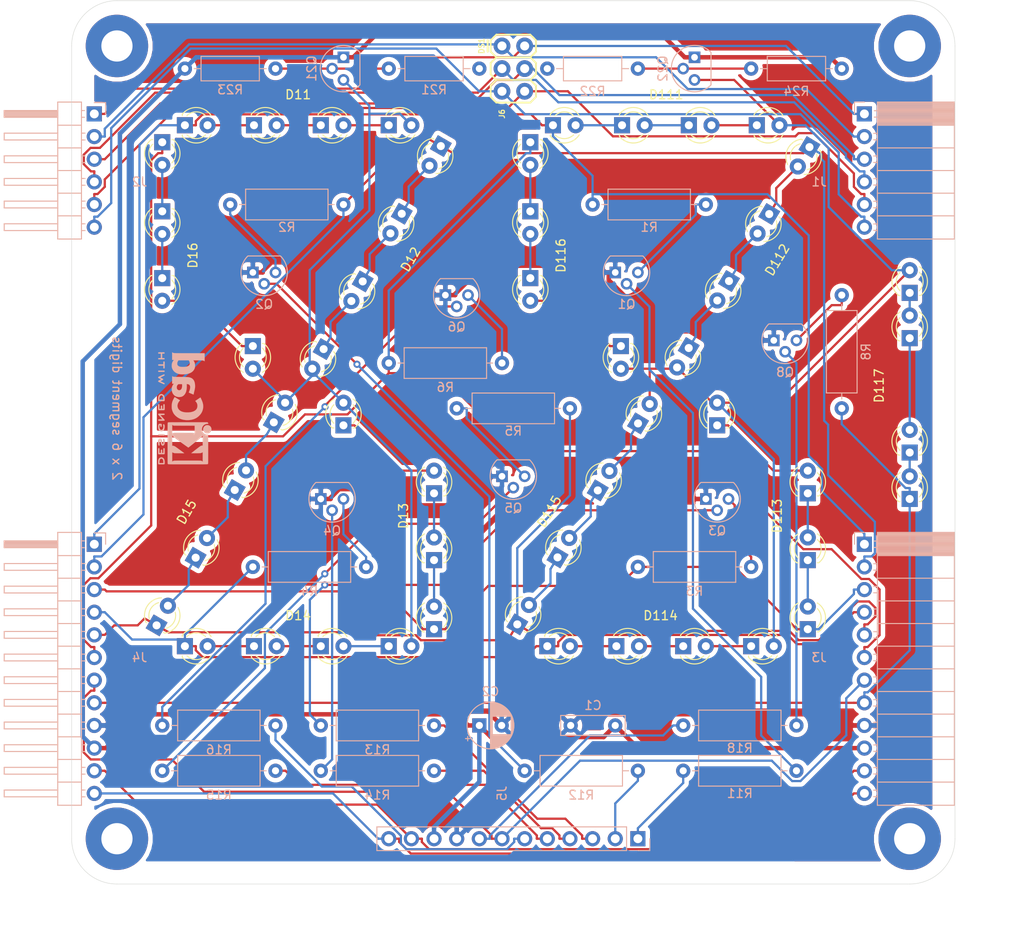
<source format=kicad_pcb>
(kicad_pcb (version 20171130) (host pcbnew 5.1.10-5.1.10)
  (layers (0 F.Cu signal) (31 B.Cu signal) (34 B.Paste user hide) (35 F.Paste user hide) (36 B.SilkS user) (37 F.SilkS user) (38 B.Mask user) (39 F.Mask user) (44 Edge.Cuts user))
  (net 0 "")
  (net 1 GND)
  (net 2 VCC)
  (net 3 "Net-(D11-Pad5)")
  (net 4 "Net-(D11-Pad2)")
  (net 5 "Net-(D11-Pad4)")
  (net 6 "Net-(D11-Pad3)")
  (net 7 /A)
  (net 8 "Net-(D12-Pad5)")
  (net 9 "Net-(D12-Pad4)")
  (net 10 "Net-(D12-Pad3)")
  (net 11 /B)
  (net 12 "Net-(D13-Pad5)")
  (net 13 "Net-(D13-Pad4)")
  (net 14 "Net-(D13-Pad3)")
  (net 15 /C)
  (net 16 "Net-(D14-Pad5)")
  (net 17 "Net-(D14-Pad4)")
  (net 18 "Net-(D14-Pad3)")
  (net 19 /D)
  (net 20 "Net-(D15-Pad5)")
  (net 21 "Net-(D15-Pad4)")
  (net 22 "Net-(D15-Pad3)")
  (net 23 /E)
  (net 24 "Net-(D16-Pad5)")
  (net 25 "Net-(D16-Pad4)")
  (net 26 "Net-(D16-Pad3)")
  (net 27 /F)
  (net 28 "Net-(D111-Pad5)")
  (net 29 "Net-(D111-Pad2)")
  (net 30 "Net-(D111-Pad4)")
  (net 31 "Net-(D111-Pad3)")
  (net 32 "Net-(D112-Pad5)")
  (net 33 "Net-(D112-Pad4)")
  (net 34 "Net-(D112-Pad3)")
  (net 35 "Net-(D113-Pad5)")
  (net 36 "Net-(D113-Pad4)")
  (net 37 "Net-(D113-Pad3)")
  (net 38 "Net-(D114-Pad5)")
  (net 39 "Net-(D114-Pad4)")
  (net 40 "Net-(D114-Pad3)")
  (net 41 "Net-(D115-Pad5)")
  (net 42 "Net-(D115-Pad4)")
  (net 43 "Net-(D115-Pad3)")
  (net 44 "Net-(D116-Pad5)")
  (net 45 "Net-(D116-Pad4)")
  (net 46 "Net-(D116-Pad3)")
  (net 47 "Net-(D117-Pad5)")
  (net 48 "Net-(D117-Pad4)")
  (net 49 "Net-(D117-Pad3)")
  (net 50 /P)
  (net 51 "Net-(J1-Pad6)")
  (net 52 "Net-(J1-Pad5)")
  (net 53 "Net-(J1-Pad4)")
  (net 54 "Net-(J1-Pad3)")
  (net 55 "Net-(J1-Pad2)")
  (net 56 "Net-(J1-Pad1)")
  (net 57 /7)
  (net 58 /11)
  (net 59 /12)
  (net 60 "Net-(J5-Pad8)")
  (net 61 "Net-(J5-Pad6)")
  (net 62 "Net-(J5-Pad5)")
  (net 63 "Net-(J5-Pad4)")
  (net 64 "Net-(J5-Pad3)")
  (net 65 "Net-(J5-Pad2)")
  (net 66 "Net-(J5-Pad1)")
  (net 67 "Net-(Q1-Pad3)")
  (net 68 "Net-(Q1-Pad2)")
  (net 69 "Net-(Q2-Pad3)")
  (net 70 "Net-(Q2-Pad2)")
  (net 71 "Net-(Q3-Pad3)")
  (net 72 "Net-(Q3-Pad2)")
  (net 73 "Net-(Q4-Pad3)")
  (net 74 "Net-(Q4-Pad2)")
  (net 75 "Net-(Q5-Pad3)")
  (net 76 "Net-(Q5-Pad2)")
  (net 77 "Net-(Q6-Pad3)")
  (net 78 "Net-(Q6-Pad2)")
  (net 79 "Net-(Q8-Pad3)")
  (net 80 "Net-(Q8-Pad2)")
  (net 81 "Net-(Q21-Pad2)")
  (net 82 "Net-(Q22-Pad2)")
  (net 83 "Net-(R21-Pad2)")
  (net 84 "Net-(R22-Pad2)")
  (module Resistor_THT:R_Axial_DIN0207_L6.3mm_D2.5mm_P10.16mm_Horizontal (layer B.Cu) (at 170.18 48.26 180)
    (fp_text reference R24 (at 5.08 -2.54) (layer B.SilkS) (effects (justify mirror)))
    (fp_text value 10k)
    (pad 2 thru_hole oval (at 10.16 0 180) (size 1.6 1.6) (drill 0.8) (layers *.Cu *.Mask) (net 82 "Net-(Q22-Pad2)"))
    (pad 1 thru_hole circle (at 0 0 180) (size 1.6 1.6) (drill 0.8) (layers *.Cu *.Mask) (net 2 VCC))
  )
  (module Resistor_THT:R_Axial_DIN0207_L6.3mm_D2.5mm_P10.16mm_Horizontal (layer B.Cu) (at 96.52 48.26)
    (fp_text reference R23 (at 5.08 2.37) (layer B.SilkS) (effects (justify mirror)))
    (fp_text value 10k)
    (pad 2 thru_hole oval (at 10.16 0) (size 1.6 1.6) (drill 0.8) (layers *.Cu *.Mask) (net 81 "Net-(Q21-Pad2)"))
    (pad 1 thru_hole circle (at 0 0) (size 1.6 1.6) (drill 0.8) (layers *.Cu *.Mask) (net 2 VCC))
  )
  (module Resistor_THT:R_Axial_DIN0207_L6.3mm_D2.5mm_P10.16mm_Horizontal (layer B.Cu) (at 147.32 48.26 180)
    (fp_text reference R22 (at 5.08 -2.54) (layer B.SilkS) (effects (justify mirror)))
    (fp_text value 2k2)
    (pad 2 thru_hole oval (at 10.16 0 180) (size 1.6 1.6) (drill 0.8) (layers *.Cu *.Mask) (net 84 "Net-(R22-Pad2)"))
    (pad 1 thru_hole circle (at 0 0 180) (size 1.6 1.6) (drill 0.8) (layers *.Cu *.Mask) (net 82 "Net-(Q22-Pad2)"))
  )
  (module Resistor_THT:R_Axial_DIN0207_L6.3mm_D2.5mm_P10.16mm_Horizontal (layer B.Cu) (at 119.38 48.26)
    (fp_text reference R21 (at 5.08 2.37) (layer B.SilkS) (effects (justify mirror)))
    (fp_text value 2k2)
    (pad 2 thru_hole oval (at 10.16 0) (size 1.6 1.6) (drill 0.8) (layers *.Cu *.Mask) (net 83 "Net-(R21-Pad2)"))
    (pad 1 thru_hole circle (at 0 0) (size 1.6 1.6) (drill 0.8) (layers *.Cu *.Mask) (net 81 "Net-(Q21-Pad2)"))
  )
  (module Connectors:2X3 (layer F.Cu) (at 132.08 45.72 270)
    (fp_text reference J6 (at 7.62 0 90) (layer F.SilkS) (effects (font (size 0.6096 0.6096) (thickness 0.127))))
    (fp_text value DS1 (at 0 2.286 90) (layer F.SilkS) (effects (font (size 0.6096 0.6096) (thickness 0.127))))
    (pad 6 thru_hole circle (at 5.08 -2.54 270) (size 1.8796 1.8796) (drill 1.016) (layers *.Cu *.Mask) (net 52 "Net-(J1-Pad5)"))
    (pad 5 thru_hole circle (at 5.08 0 270) (size 1.8796 1.8796) (drill 1.016) (layers *.Cu *.Mask) (net 51 "Net-(J1-Pad6)"))
    (pad 4 thru_hole circle (at 2.54 -2.54 270) (size 1.8796 1.8796) (drill 1.016) (layers *.Cu *.Mask) (net 54 "Net-(J1-Pad3)"))
    (pad 3 thru_hole circle (at 2.54 0 270) (size 1.8796 1.8796) (drill 1.016) (layers *.Cu *.Mask) (net 53 "Net-(J1-Pad4)"))
    (pad 2 thru_hole circle (at 0 -2.54 270) (size 1.8796 1.8796) (drill 1.016) (layers *.Cu *.Mask) (net 56 "Net-(J1-Pad1)"))
    (pad 1 thru_hole circle (at 0 0 270) (size 1.8796 1.8796) (drill 1.016) (layers *.Cu *.Mask) (net 55 "Net-(J1-Pad2)"))
  )
  (module Ken:LED_D3.0mmx4d (layer F.Cu) (at 140.335 99.695 59)
    (fp_text reference D115 (at 0 -3.429001 59) (layer F.SilkS))
    (fp_text value E)
    (pad 5 thru_hole rect (at 13.589 0 59) (size 1.8 1.8) (drill 0.9) (layers *.Cu *.Mask) (net 41 "Net-(D115-Pad5)"))
    (pad 2 thru_hole circle (at 16.129 0 59) (size 1.8 1.8) (drill 0.9) (layers *.Cu *.Mask) (net 29 "Net-(D111-Pad2)"))
    (pad 4 thru_hole rect (at 4.826 0 59) (size 1.8 1.8) (drill 0.9) (layers *.Cu *.Mask) (net 42 "Net-(D115-Pad4)"))
    (pad 5 thru_hole circle (at 7.366 0 59) (size 1.8 1.8) (drill 0.9) (layers *.Cu *.Mask) (net 41 "Net-(D115-Pad5)"))
    (pad 3 thru_hole rect (at -3.937 0 59) (size 1.8 1.8) (drill 0.9) (layers *.Cu *.Mask) (net 43 "Net-(D115-Pad3)"))
    (pad 4 thru_hole circle (at -1.397 0 59) (size 1.8 1.8) (drill 0.9) (layers *.Cu *.Mask) (net 42 "Net-(D115-Pad4)"))
    (pad 3 thru_hole circle (at -10.16 0 59) (size 1.8 1.8) (drill 0.9) (layers *.Cu *.Mask) (net 43 "Net-(D115-Pad3)"))
    (pad 1 thru_hole rect (at -12.7 0 59) (size 1.8 1.8) (drill 0.9) (layers *.Cu *.Mask) (net 23 /E))
  )
  (module Ken:LED_D3.0mmx4d (layer F.Cu) (at 160.02 67.945 239)
    (fp_text reference D112 (at 0 -3.429001 59) (layer F.SilkS))
    (fp_text value B)
    (pad 5 thru_hole rect (at 13.589 0 239) (size 1.8 1.8) (drill 0.9) (layers *.Cu *.Mask) (net 32 "Net-(D112-Pad5)"))
    (pad 2 thru_hole circle (at 16.129 0 239) (size 1.8 1.8) (drill 0.9) (layers *.Cu *.Mask) (net 29 "Net-(D111-Pad2)"))
    (pad 4 thru_hole rect (at 4.826 0 239) (size 1.8 1.8) (drill 0.9) (layers *.Cu *.Mask) (net 33 "Net-(D112-Pad4)"))
    (pad 5 thru_hole circle (at 7.366 0 239) (size 1.8 1.8) (drill 0.9) (layers *.Cu *.Mask) (net 32 "Net-(D112-Pad5)"))
    (pad 3 thru_hole rect (at -3.937 0 239) (size 1.8 1.8) (drill 0.9) (layers *.Cu *.Mask) (net 34 "Net-(D112-Pad3)"))
    (pad 4 thru_hole circle (at -1.397 0 239) (size 1.8 1.8) (drill 0.9) (layers *.Cu *.Mask) (net 33 "Net-(D112-Pad4)"))
    (pad 3 thru_hole circle (at -10.16 0 239) (size 1.8 1.8) (drill 0.9) (layers *.Cu *.Mask) (net 34 "Net-(D112-Pad3)"))
    (pad 1 thru_hole rect (at -12.7 0 239) (size 1.8 1.8) (drill 0.9) (layers *.Cu *.Mask) (net 11 /B))
  )
  (module Ken:LED_D3.0mmx4d (layer F.Cu) (at 99.695 99.695 60)
    (fp_text reference D15 (at 0 -3.429 60) (layer F.SilkS))
    (fp_text value E)
    (pad 5 thru_hole rect (at 13.589 0 60) (size 1.8 1.8) (drill 0.9) (layers *.Cu *.Mask) (net 20 "Net-(D15-Pad5)"))
    (pad 2 thru_hole circle (at 16.129 0 60) (size 1.8 1.8) (drill 0.9) (layers *.Cu *.Mask) (net 4 "Net-(D11-Pad2)"))
    (pad 4 thru_hole rect (at 4.826 0 60) (size 1.8 1.8) (drill 0.9) (layers *.Cu *.Mask) (net 21 "Net-(D15-Pad4)"))
    (pad 5 thru_hole circle (at 7.366 0 60) (size 1.8 1.8) (drill 0.9) (layers *.Cu *.Mask) (net 20 "Net-(D15-Pad5)"))
    (pad 3 thru_hole rect (at -3.937 0 60) (size 1.8 1.8) (drill 0.9) (layers *.Cu *.Mask) (net 22 "Net-(D15-Pad3)"))
    (pad 4 thru_hole circle (at -1.397 0 60) (size 1.8 1.8) (drill 0.9) (layers *.Cu *.Mask) (net 21 "Net-(D15-Pad4)"))
    (pad 3 thru_hole circle (at -10.16 0 60) (size 1.8 1.8) (drill 0.9) (layers *.Cu *.Mask) (net 22 "Net-(D15-Pad3)"))
    (pad 1 thru_hole rect (at -12.7 0 60) (size 1.8 1.8) (drill 0.9) (layers *.Cu *.Mask) (net 23 /E))
  )
  (module Ken:LED_D3.0mmx4d (layer F.Cu) (at 118.872 67.945 240)
    (fp_text reference D12 (at 0 -3.429 60) (layer F.SilkS))
    (fp_text value B)
    (pad 5 thru_hole rect (at 13.589 0 240) (size 1.8 1.8) (drill 0.9) (layers *.Cu *.Mask) (net 8 "Net-(D12-Pad5)"))
    (pad 2 thru_hole circle (at 16.129 0 240) (size 1.8 1.8) (drill 0.9) (layers *.Cu *.Mask) (net 4 "Net-(D11-Pad2)"))
    (pad 4 thru_hole rect (at 4.826 0 240) (size 1.8 1.8) (drill 0.9) (layers *.Cu *.Mask) (net 9 "Net-(D12-Pad4)"))
    (pad 5 thru_hole circle (at 7.366 0 240) (size 1.8 1.8) (drill 0.9) (layers *.Cu *.Mask) (net 8 "Net-(D12-Pad5)"))
    (pad 3 thru_hole rect (at -3.937 0 240) (size 1.8 1.8) (drill 0.9) (layers *.Cu *.Mask) (net 10 "Net-(D12-Pad3)"))
    (pad 4 thru_hole circle (at -1.397 0 240) (size 1.8 1.8) (drill 0.9) (layers *.Cu *.Mask) (net 9 "Net-(D12-Pad4)"))
    (pad 3 thru_hole circle (at -10.16 0 240) (size 1.8 1.8) (drill 0.9) (layers *.Cu *.Mask) (net 10 "Net-(D12-Pad3)"))
    (pad 1 thru_hole rect (at -12.7 0 240) (size 1.8 1.8) (drill 0.9) (layers *.Cu *.Mask) (net 11 /B))
  )
  (module Ken:LED_D3.0mmx4kl (layer F.Cu) (at 135.255 69.215 270)
    (fp_text reference D116 (at 0 -3.429 90) (layer F.SilkS))
    (fp_text value F)
    (pad 5 thru_hole rect (at 10.16 -10.16 270) (size 1.8 1.8) (drill 0.9) (layers *.Cu *.Mask) (net 44 "Net-(D116-Pad5)"))
    (pad 2 thru_hole circle (at 12.7 -10.16 270) (size 1.8 1.8) (drill 0.9) (layers *.Cu *.Mask) (net 29 "Net-(D111-Pad2)"))
    (pad 4 thru_hole rect (at 2.54 0 270) (size 1.8 1.8) (drill 0.9) (layers *.Cu *.Mask) (net 45 "Net-(D116-Pad4)"))
    (pad 5 thru_hole circle (at 5.08 0 270) (size 1.8 1.8) (drill 0.9) (layers *.Cu *.Mask) (net 44 "Net-(D116-Pad5)"))
    (pad 3 thru_hole rect (at -4.953 0 270) (size 1.8 1.8) (drill 0.9) (layers *.Cu *.Mask) (net 46 "Net-(D116-Pad3)"))
    (pad 4 thru_hole circle (at -2.413 0 270) (size 1.8 1.8) (drill 0.9) (layers *.Cu *.Mask) (net 45 "Net-(D116-Pad4)"))
    (pad 3 thru_hole circle (at -10.16 0 270) (size 1.8 1.8) (drill 0.9) (layers *.Cu *.Mask) (net 46 "Net-(D116-Pad3)"))
    (pad 1 thru_hole rect (at -12.7 0 270) (size 1.8 1.8) (drill 0.9) (layers *.Cu *.Mask) (net 27 /F))
  )
  (module Ken:LED_D3.0mmx4kl (layer F.Cu) (at 93.98 69.215 270)
    (fp_text reference D16 (at 0 -3.429 90) (layer F.SilkS))
    (fp_text value F)
    (pad 5 thru_hole rect (at 10.16 -10.16 270) (size 1.8 1.8) (drill 0.9) (layers *.Cu *.Mask) (net 24 "Net-(D16-Pad5)"))
    (pad 2 thru_hole circle (at 12.7 -10.16 270) (size 1.8 1.8) (drill 0.9) (layers *.Cu *.Mask) (net 4 "Net-(D11-Pad2)"))
    (pad 4 thru_hole rect (at 2.54 0 270) (size 1.8 1.8) (drill 0.9) (layers *.Cu *.Mask) (net 25 "Net-(D16-Pad4)"))
    (pad 5 thru_hole circle (at 5.08 0 270) (size 1.8 1.8) (drill 0.9) (layers *.Cu *.Mask) (net 24 "Net-(D16-Pad5)"))
    (pad 3 thru_hole rect (at -4.953 0 270) (size 1.8 1.8) (drill 0.9) (layers *.Cu *.Mask) (net 26 "Net-(D16-Pad3)"))
    (pad 4 thru_hole circle (at -2.413 0 270) (size 1.8 1.8) (drill 0.9) (layers *.Cu *.Mask) (net 25 "Net-(D16-Pad4)"))
    (pad 3 thru_hole circle (at -10.16 0 270) (size 1.8 1.8) (drill 0.9) (layers *.Cu *.Mask) (net 26 "Net-(D16-Pad3)"))
    (pad 1 thru_hole rect (at -12.7 0 270) (size 1.8 1.8) (drill 0.9) (layers *.Cu *.Mask) (net 27 /F))
  )
  (module Ken:LED_D3.0mmx4kl (layer F.Cu) (at 166.37 98.425 90)
    (fp_text reference D113 (at 0 -3.429 90) (layer F.SilkS))
    (fp_text value C)
    (pad 5 thru_hole rect (at 10.16 -10.16 90) (size 1.8 1.8) (drill 0.9) (layers *.Cu *.Mask) (net 35 "Net-(D113-Pad5)"))
    (pad 2 thru_hole circle (at 12.7 -10.16 90) (size 1.8 1.8) (drill 0.9) (layers *.Cu *.Mask) (net 29 "Net-(D111-Pad2)"))
    (pad 4 thru_hole rect (at 2.54 0 90) (size 1.8 1.8) (drill 0.9) (layers *.Cu *.Mask) (net 36 "Net-(D113-Pad4)"))
    (pad 5 thru_hole circle (at 5.08 0 90) (size 1.8 1.8) (drill 0.9) (layers *.Cu *.Mask) (net 35 "Net-(D113-Pad5)"))
    (pad 3 thru_hole rect (at -4.953 0 90) (size 1.8 1.8) (drill 0.9) (layers *.Cu *.Mask) (net 37 "Net-(D113-Pad3)"))
    (pad 4 thru_hole circle (at -2.413 0 90) (size 1.8 1.8) (drill 0.9) (layers *.Cu *.Mask) (net 36 "Net-(D113-Pad4)"))
    (pad 3 thru_hole circle (at -10.16 0 90) (size 1.8 1.8) (drill 0.9) (layers *.Cu *.Mask) (net 37 "Net-(D113-Pad3)"))
    (pad 1 thru_hole rect (at -12.7 0 90) (size 1.8 1.8) (drill 0.9) (layers *.Cu *.Mask) (net 15 /C))
  )
  (module Ken:LED_D3.0mmx4kl (layer F.Cu) (at 124.46 98.425 90)
    (fp_text reference D13 (at 0 -3.429 90) (layer F.SilkS))
    (fp_text value C)
    (pad 5 thru_hole rect (at 10.16 -10.16 90) (size 1.8 1.8) (drill 0.9) (layers *.Cu *.Mask) (net 12 "Net-(D13-Pad5)"))
    (pad 2 thru_hole circle (at 12.7 -10.16 90) (size 1.8 1.8) (drill 0.9) (layers *.Cu *.Mask) (net 4 "Net-(D11-Pad2)"))
    (pad 4 thru_hole rect (at 2.54 0 90) (size 1.8 1.8) (drill 0.9) (layers *.Cu *.Mask) (net 13 "Net-(D13-Pad4)"))
    (pad 5 thru_hole circle (at 5.08 0 90) (size 1.8 1.8) (drill 0.9) (layers *.Cu *.Mask) (net 12 "Net-(D13-Pad5)"))
    (pad 3 thru_hole rect (at -4.953 0 90) (size 1.8 1.8) (drill 0.9) (layers *.Cu *.Mask) (net 14 "Net-(D13-Pad3)"))
    (pad 4 thru_hole circle (at -2.413 0 90) (size 1.8 1.8) (drill 0.9) (layers *.Cu *.Mask) (net 13 "Net-(D13-Pad4)"))
    (pad 3 thru_hole circle (at -10.16 0 90) (size 1.8 1.8) (drill 0.9) (layers *.Cu *.Mask) (net 14 "Net-(D13-Pad3)"))
    (pad 1 thru_hole rect (at -12.7 0 90) (size 1.8 1.8) (drill 0.9) (layers *.Cu *.Mask) (net 15 /C))
  )
  (module Ken:LED_D3.0mm-colon (layer F.Cu) (at 177.8 83.82 90)
    (fp_text reference D117 (at 0 -3.429 90) (layer F.SilkS))
    (fp_text value P)
    (pad 5 thru_hole rect (at 10.414 0 90) (size 1.8 1.8) (drill 0.9) (layers *.Cu *.Mask) (net 47 "Net-(D117-Pad5)"))
    (pad 2 thru_hole circle (at 12.954 0 90) (size 1.8 1.8) (drill 0.9) (layers *.Cu *.Mask) (net 29 "Net-(D111-Pad2)"))
    (pad 4 thru_hole rect (at 5.334 0 90) (size 1.8 1.8) (drill 0.9) (layers *.Cu *.Mask) (net 48 "Net-(D117-Pad4)"))
    (pad 5 thru_hole circle (at 7.874 0 90) (size 1.8 1.8) (drill 0.9) (layers *.Cu *.Mask) (net 47 "Net-(D117-Pad5)"))
    (pad 3 thru_hole rect (at -7.493 0 90) (size 1.8 1.8) (drill 0.9) (layers *.Cu *.Mask) (net 49 "Net-(D117-Pad3)"))
    (pad 4 thru_hole circle (at -4.953 0 90) (size 1.8 1.8) (drill 0.9) (layers *.Cu *.Mask) (net 48 "Net-(D117-Pad4)"))
    (pad 3 thru_hole circle (at -10.16 0 90) (size 1.8 1.8) (drill 0.9) (layers *.Cu *.Mask) (net 49 "Net-(D117-Pad3)"))
    (pad 1 thru_hole rect (at -12.7 0 90) (size 1.8 1.8) (drill 0.9) (layers *.Cu *.Mask) (net 50 /P))
  )
  (module MountingHole:MountingHole_3.5mm_Pad (layer F.Cu) (at 177.8 134.62)
    (fp_text reference H4 hide)
    (fp_text value MountingHole)
    (pad 1 thru_hole circle (at 0 0) (size 7 7) (drill 3.5) (layers *.Cu *.Mask))
  )
  (module MountingHole:MountingHole_3.5mm_Pad (layer F.Cu) (at 88.9 134.62)
    (fp_text reference H3 hide)
    (fp_text value MountingHole)
    (pad 1 thru_hole circle (at 0 0) (size 7 7) (drill 3.5) (layers *.Cu *.Mask))
  )
  (module MountingHole:MountingHole_3.5mm_Pad (layer F.Cu) (at 177.8 45.72)
    (fp_text reference H2 hide)
    (fp_text value MountingHole)
    (pad 1 thru_hole circle (at 0 0) (size 7 7) (drill 3.5) (layers *.Cu *.Mask))
  )
  (module MountingHole:MountingHole_3.5mm_Pad (layer F.Cu) (at 88.9 45.72)
    (fp_text reference H1 hide)
    (fp_text value MountingHole)
    (pad 1 thru_hole circle (at 0 0) (size 7 7) (drill 3.5) (layers *.Cu *.Mask))
  )
  (module Symbol:KiCad-Logo2_5mm_SilkScreen (layer B.Cu) (at 96.52 86.36 90)
    (fp_text reference REF** hide)
    (fp_text value KiCad-Logo2_5mm_SilkScreen hide)
  )
  (module Connector_PinHeader_2.54mm:PinHeader_1x12_P2.54mm_Horizontal (layer B.Cu) (at 86.36 101.6 180)
    (fp_text reference J4 (at -5.08 -12.7) (layer B.SilkS) (effects (justify mirror)))
    (fp_text value RK)
    (pad 12 thru_hole oval (at 0 -27.94 180) (size 1.7 1.7) (drill 1) (layers *.Cu *.Mask) (net 59 /12))
    (pad 11 thru_hole oval (at 0 -25.4 180) (size 1.7 1.7) (drill 1) (layers *.Cu *.Mask) (net 58 /11))
    (pad 10 thru_hole oval (at 0 -22.86 180) (size 1.7 1.7) (drill 1) (layers *.Cu *.Mask) (net 2 VCC))
    (pad 9 thru_hole oval (at 0 -20.32 180) (size 1.7 1.7) (drill 1) (layers *.Cu *.Mask) (net 1 GND))
    (pad 8 thru_hole oval (at 0 -17.78 180) (size 1.7 1.7) (drill 1) (layers *.Cu *.Mask) (net 50 /P))
    (pad 7 thru_hole oval (at 0 -15.24 180) (size 1.7 1.7) (drill 1) (layers *.Cu *.Mask) (net 57 /7))
    (pad 6 thru_hole oval (at 0 -12.7 180) (size 1.7 1.7) (drill 1) (layers *.Cu *.Mask) (net 27 /F))
    (pad 5 thru_hole oval (at 0 -10.16 180) (size 1.7 1.7) (drill 1) (layers *.Cu *.Mask) (net 23 /E))
    (pad 4 thru_hole oval (at 0 -7.62 180) (size 1.7 1.7) (drill 1) (layers *.Cu *.Mask) (net 19 /D))
    (pad 3 thru_hole oval (at 0 -5.08 180) (size 1.7 1.7) (drill 1) (layers *.Cu *.Mask) (net 15 /C))
    (pad 2 thru_hole oval (at 0 -2.54 180) (size 1.7 1.7) (drill 1) (layers *.Cu *.Mask) (net 11 /B))
    (pad 1 thru_hole rect (at 0 0 180) (size 1.7 1.7) (drill 1) (layers *.Cu *.Mask) (net 7 /A))
  )
  (module Connector_PinSocket_2.54mm:PinSocket_1x12_P2.54mm_Horizontal (layer B.Cu) (at 172.72 101.6 180)
    (fp_text reference J3 (at 5.08 -12.7) (layer B.SilkS) (effects (justify mirror)))
    (fp_text value LK)
    (pad 12 thru_hole oval (at 0 -27.94 180) (size 1.7 1.7) (drill 1) (layers *.Cu *.Mask) (net 59 /12))
    (pad 11 thru_hole oval (at 0 -25.4 180) (size 1.7 1.7) (drill 1) (layers *.Cu *.Mask) (net 58 /11))
    (pad 10 thru_hole oval (at 0 -22.86 180) (size 1.7 1.7) (drill 1) (layers *.Cu *.Mask) (net 2 VCC))
    (pad 9 thru_hole oval (at 0 -20.32 180) (size 1.7 1.7) (drill 1) (layers *.Cu *.Mask) (net 1 GND))
    (pad 8 thru_hole oval (at 0 -17.78 180) (size 1.7 1.7) (drill 1) (layers *.Cu *.Mask) (net 50 /P))
    (pad 7 thru_hole oval (at 0 -15.24 180) (size 1.7 1.7) (drill 1) (layers *.Cu *.Mask) (net 57 /7))
    (pad 6 thru_hole oval (at 0 -12.7 180) (size 1.7 1.7) (drill 1) (layers *.Cu *.Mask) (net 27 /F))
    (pad 5 thru_hole oval (at 0 -10.16 180) (size 1.7 1.7) (drill 1) (layers *.Cu *.Mask) (net 23 /E))
    (pad 4 thru_hole oval (at 0 -7.62 180) (size 1.7 1.7) (drill 1) (layers *.Cu *.Mask) (net 19 /D))
    (pad 3 thru_hole oval (at 0 -5.08 180) (size 1.7 1.7) (drill 1) (layers *.Cu *.Mask) (net 15 /C))
    (pad 2 thru_hole oval (at 0 -2.54 180) (size 1.7 1.7) (drill 1) (layers *.Cu *.Mask) (net 11 /B))
    (pad 1 thru_hole rect (at 0 0 180) (size 1.7 1.7) (drill 1) (layers *.Cu *.Mask) (net 7 /A))
  )
  (module Ken:LED_D3.0mmx4 (layer F.Cu) (at 109.22 54.61)
    (fp_text reference D11 (at 0 -3.429) (layer F.SilkS))
    (fp_text value A)
    (pad 5 thru_hole rect (at 10.16 0) (size 1.8 1.8) (drill 0.9) (layers *.Cu *.Mask) (net 3 "Net-(D11-Pad5)"))
    (pad 2 thru_hole circle (at 12.7 0) (size 1.8 1.8) (drill 0.9) (layers *.Cu *.Mask) (net 4 "Net-(D11-Pad2)"))
    (pad 4 thru_hole rect (at 2.54 0) (size 1.8 1.8) (drill 0.9) (layers *.Cu *.Mask) (net 5 "Net-(D11-Pad4)"))
    (pad 5 thru_hole circle (at 5.08 0) (size 1.8 1.8) (drill 0.9) (layers *.Cu *.Mask) (net 3 "Net-(D11-Pad5)"))
    (pad 3 thru_hole rect (at -4.953 0) (size 1.8 1.8) (drill 0.9) (layers *.Cu *.Mask) (net 6 "Net-(D11-Pad3)"))
    (pad 4 thru_hole circle (at -2.413 0) (size 1.8 1.8) (drill 0.9) (layers *.Cu *.Mask) (net 5 "Net-(D11-Pad4)"))
    (pad 3 thru_hole circle (at -10.16 0) (size 1.8 1.8) (drill 0.9) (layers *.Cu *.Mask) (net 6 "Net-(D11-Pad3)"))
    (pad 1 thru_hole rect (at -12.7 0) (size 1.8 1.8) (drill 0.9) (layers *.Cu *.Mask) (net 7 /A))
  )
  (module Ken:LED_D3.0mmx4 (layer F.Cu) (at 109.22 113.03)
    (fp_text reference D14 (at 0 -3.429) (layer F.SilkS))
    (fp_text value D)
    (pad 5 thru_hole rect (at 10.16 0) (size 1.8 1.8) (drill 0.9) (layers *.Cu *.Mask) (net 16 "Net-(D14-Pad5)"))
    (pad 2 thru_hole circle (at 12.7 0) (size 1.8 1.8) (drill 0.9) (layers *.Cu *.Mask) (net 4 "Net-(D11-Pad2)"))
    (pad 4 thru_hole rect (at 2.54 0) (size 1.8 1.8) (drill 0.9) (layers *.Cu *.Mask) (net 17 "Net-(D14-Pad4)"))
    (pad 5 thru_hole circle (at 5.08 0) (size 1.8 1.8) (drill 0.9) (layers *.Cu *.Mask) (net 16 "Net-(D14-Pad5)"))
    (pad 3 thru_hole rect (at -4.953 0) (size 1.8 1.8) (drill 0.9) (layers *.Cu *.Mask) (net 18 "Net-(D14-Pad3)"))
    (pad 4 thru_hole circle (at -2.413 0) (size 1.8 1.8) (drill 0.9) (layers *.Cu *.Mask) (net 17 "Net-(D14-Pad4)"))
    (pad 3 thru_hole circle (at -10.16 0) (size 1.8 1.8) (drill 0.9) (layers *.Cu *.Mask) (net 18 "Net-(D14-Pad3)"))
    (pad 1 thru_hole rect (at -12.7 0) (size 1.8 1.8) (drill 0.9) (layers *.Cu *.Mask) (net 19 /D))
  )
  (module Ken:LED_D3.0mmx4 (layer F.Cu) (at 150.495 54.61)
    (fp_text reference D111 (at 0 -3.429) (layer F.SilkS))
    (fp_text value A)
    (pad 5 thru_hole rect (at 10.16 0) (size 1.8 1.8) (drill 0.9) (layers *.Cu *.Mask) (net 28 "Net-(D111-Pad5)"))
    (pad 2 thru_hole circle (at 12.7 0) (size 1.8 1.8) (drill 0.9) (layers *.Cu *.Mask) (net 29 "Net-(D111-Pad2)"))
    (pad 4 thru_hole rect (at 2.54 0) (size 1.8 1.8) (drill 0.9) (layers *.Cu *.Mask) (net 30 "Net-(D111-Pad4)"))
    (pad 5 thru_hole circle (at 5.08 0) (size 1.8 1.8) (drill 0.9) (layers *.Cu *.Mask) (net 28 "Net-(D111-Pad5)"))
    (pad 3 thru_hole rect (at -4.953 0) (size 1.8 1.8) (drill 0.9) (layers *.Cu *.Mask) (net 31 "Net-(D111-Pad3)"))
    (pad 4 thru_hole circle (at -2.413 0) (size 1.8 1.8) (drill 0.9) (layers *.Cu *.Mask) (net 30 "Net-(D111-Pad4)"))
    (pad 3 thru_hole circle (at -10.16 0) (size 1.8 1.8) (drill 0.9) (layers *.Cu *.Mask) (net 31 "Net-(D111-Pad3)"))
    (pad 1 thru_hole rect (at -12.7 0) (size 1.8 1.8) (drill 0.9) (layers *.Cu *.Mask) (net 7 /A))
  )
  (module Ken:LED_D3.0mmx4 (layer F.Cu) (at 149.86 113.03)
    (fp_text reference D114 (at 0 -3.429) (layer F.SilkS))
    (fp_text value D)
    (pad 5 thru_hole rect (at 10.16 0) (size 1.8 1.8) (drill 0.9) (layers *.Cu *.Mask) (net 38 "Net-(D114-Pad5)"))
    (pad 2 thru_hole circle (at 12.7 0) (size 1.8 1.8) (drill 0.9) (layers *.Cu *.Mask) (net 29 "Net-(D111-Pad2)"))
    (pad 4 thru_hole rect (at 2.54 0) (size 1.8 1.8) (drill 0.9) (layers *.Cu *.Mask) (net 39 "Net-(D114-Pad4)"))
    (pad 5 thru_hole circle (at 5.08 0) (size 1.8 1.8) (drill 0.9) (layers *.Cu *.Mask) (net 38 "Net-(D114-Pad5)"))
    (pad 3 thru_hole rect (at -4.953 0) (size 1.8 1.8) (drill 0.9) (layers *.Cu *.Mask) (net 40 "Net-(D114-Pad3)"))
    (pad 4 thru_hole circle (at -2.413 0) (size 1.8 1.8) (drill 0.9) (layers *.Cu *.Mask) (net 39 "Net-(D114-Pad4)"))
    (pad 3 thru_hole circle (at -10.16 0) (size 1.8 1.8) (drill 0.9) (layers *.Cu *.Mask) (net 40 "Net-(D114-Pad3)"))
    (pad 1 thru_hole rect (at -12.7 0) (size 1.8 1.8) (drill 0.9) (layers *.Cu *.Mask) (net 19 /D))
  )
  (module Resistor_THT:R_Axial_DIN0309_L9.0mm_D3.2mm_P12.70mm_Horizontal (layer B.Cu) (at 165.1 121.92 180)
    (fp_text reference R18 (at 6.35 -2.54) (layer B.SilkS) (effects (justify mirror)))
    (fp_text value 4k7)
    (pad 2 thru_hole oval (at 12.7 0 180) (size 1.6 1.6) (drill 0.8) (layers *.Cu *.Mask) (net 60 "Net-(J5-Pad8)"))
    (pad 1 thru_hole circle (at 0 0 180) (size 1.6 1.6) (drill 0.8) (layers *.Cu *.Mask) (net 80 "Net-(Q8-Pad2)"))
  )
  (module Resistor_THT:R_Axial_DIN0309_L9.0mm_D3.2mm_P12.70mm_Horizontal (layer B.Cu) (at 93.98 121.92)
    (fp_text reference R16 (at 6.35 2.72) (layer B.SilkS) (effects (justify mirror)))
    (fp_text value 4k7)
    (pad 2 thru_hole oval (at 12.7 0) (size 1.6 1.6) (drill 0.8) (layers *.Cu *.Mask) (net 61 "Net-(J5-Pad6)"))
    (pad 1 thru_hole circle (at 0 0) (size 1.6 1.6) (drill 0.8) (layers *.Cu *.Mask) (net 78 "Net-(Q6-Pad2)"))
  )
  (module Resistor_THT:R_Axial_DIN0309_L9.0mm_D3.2mm_P12.70mm_Horizontal (layer B.Cu) (at 93.98 127)
    (fp_text reference R15 (at 6.35 2.72) (layer B.SilkS) (effects (justify mirror)))
    (fp_text value 4k7)
    (pad 2 thru_hole oval (at 12.7 0) (size 1.6 1.6) (drill 0.8) (layers *.Cu *.Mask) (net 62 "Net-(J5-Pad5)"))
    (pad 1 thru_hole circle (at 0 0) (size 1.6 1.6) (drill 0.8) (layers *.Cu *.Mask) (net 76 "Net-(Q5-Pad2)"))
  )
  (module Resistor_THT:R_Axial_DIN0309_L9.0mm_D3.2mm_P12.70mm_Horizontal (layer B.Cu) (at 111.76 127)
    (fp_text reference R14 (at 6.35 2.72) (layer B.SilkS) (effects (justify mirror)))
    (fp_text value 4k7)
    (pad 2 thru_hole oval (at 12.7 0) (size 1.6 1.6) (drill 0.8) (layers *.Cu *.Mask) (net 63 "Net-(J5-Pad4)"))
    (pad 1 thru_hole circle (at 0 0) (size 1.6 1.6) (drill 0.8) (layers *.Cu *.Mask) (net 74 "Net-(Q4-Pad2)"))
  )
  (module Resistor_THT:R_Axial_DIN0309_L9.0mm_D3.2mm_P12.70mm_Horizontal (layer B.Cu) (at 111.76 121.92)
    (fp_text reference R13 (at 6.35 2.72) (layer B.SilkS) (effects (justify mirror)))
    (fp_text value 4k7)
    (pad 2 thru_hole oval (at 12.7 0) (size 1.6 1.6) (drill 0.8) (layers *.Cu *.Mask) (net 64 "Net-(J5-Pad3)"))
    (pad 1 thru_hole circle (at 0 0) (size 1.6 1.6) (drill 0.8) (layers *.Cu *.Mask) (net 72 "Net-(Q3-Pad2)"))
  )
  (module Resistor_THT:R_Axial_DIN0309_L9.0mm_D3.2mm_P12.70mm_Horizontal (layer B.Cu) (at 134.62 127)
    (fp_text reference R12 (at 6.35 2.72) (layer B.SilkS) (effects (justify mirror)))
    (fp_text value 4k7)
    (pad 2 thru_hole oval (at 12.7 0) (size 1.6 1.6) (drill 0.8) (layers *.Cu *.Mask) (net 65 "Net-(J5-Pad2)"))
    (pad 1 thru_hole circle (at 0 0) (size 1.6 1.6) (drill 0.8) (layers *.Cu *.Mask) (net 70 "Net-(Q2-Pad2)"))
  )
  (module Resistor_THT:R_Axial_DIN0309_L9.0mm_D3.2mm_P12.70mm_Horizontal (layer B.Cu) (at 165.1 127 180)
    (fp_text reference R11 (at 6.35 -2.54) (layer B.SilkS) (effects (justify mirror)))
    (fp_text value 4k7)
    (pad 2 thru_hole oval (at 12.7 0 180) (size 1.6 1.6) (drill 0.8) (layers *.Cu *.Mask) (net 66 "Net-(J5-Pad1)"))
    (pad 1 thru_hole circle (at 0 0 180) (size 1.6 1.6) (drill 0.8) (layers *.Cu *.Mask) (net 68 "Net-(Q1-Pad2)"))
  )
  (module Resistor_THT:R_Axial_DIN0309_L9.0mm_D3.2mm_P12.70mm_Horizontal (layer B.Cu) (at 170.18 86.36 90)
    (fp_text reference R8 (at 6.35 2.72 270) (layer B.SilkS) (effects (justify mirror)))
    (fp_text value 220)
    (pad 2 thru_hole oval (at 12.7 0 90) (size 1.6 1.6) (drill 0.8) (layers *.Cu *.Mask) (net 79 "Net-(Q8-Pad3)"))
    (pad 1 thru_hole circle (at 0 0 90) (size 1.6 1.6) (drill 0.8) (layers *.Cu *.Mask) (net 50 /P))
  )
  (module Resistor_THT:R_Axial_DIN0309_L9.0mm_D3.2mm_P12.70mm_Horizontal (layer B.Cu) (at 119.38 81.28)
    (fp_text reference R6 (at 6.35 2.72) (layer B.SilkS) (effects (justify mirror)))
    (fp_text value 220)
    (pad 2 thru_hole oval (at 12.7 0) (size 1.6 1.6) (drill 0.8) (layers *.Cu *.Mask) (net 77 "Net-(Q6-Pad3)"))
    (pad 1 thru_hole circle (at 0 0) (size 1.6 1.6) (drill 0.8) (layers *.Cu *.Mask) (net 27 /F))
  )
  (module Resistor_THT:R_Axial_DIN0309_L9.0mm_D3.2mm_P12.70mm_Horizontal (layer B.Cu) (at 139.7 86.36 180)
    (fp_text reference R5 (at 6.35 -2.54) (layer B.SilkS) (effects (justify mirror)))
    (fp_text value 220)
    (pad 2 thru_hole oval (at 12.7 0 180) (size 1.6 1.6) (drill 0.8) (layers *.Cu *.Mask) (net 75 "Net-(Q5-Pad3)"))
    (pad 1 thru_hole circle (at 0 0 180) (size 1.6 1.6) (drill 0.8) (layers *.Cu *.Mask) (net 23 /E))
  )
  (module Resistor_THT:R_Axial_DIN0309_L9.0mm_D3.2mm_P12.70mm_Horizontal (layer B.Cu) (at 104.14 104.14)
    (fp_text reference R4 (at 6.35 2.72) (layer B.SilkS) (effects (justify mirror)))
    (fp_text value 220)
    (pad 2 thru_hole oval (at 12.7 0) (size 1.6 1.6) (drill 0.8) (layers *.Cu *.Mask) (net 73 "Net-(Q4-Pad3)"))
    (pad 1 thru_hole circle (at 0 0) (size 1.6 1.6) (drill 0.8) (layers *.Cu *.Mask) (net 19 /D))
  )
  (module Resistor_THT:R_Axial_DIN0309_L9.0mm_D3.2mm_P12.70mm_Horizontal (layer B.Cu) (at 147.32 104.14)
    (fp_text reference R3 (at 6.35 2.72) (layer B.SilkS) (effects (justify mirror)))
    (fp_text value 220)
    (pad 2 thru_hole oval (at 12.7 0) (size 1.6 1.6) (drill 0.8) (layers *.Cu *.Mask) (net 71 "Net-(Q3-Pad3)"))
    (pad 1 thru_hole circle (at 0 0) (size 1.6 1.6) (drill 0.8) (layers *.Cu *.Mask) (net 15 /C))
  )
  (module Resistor_THT:R_Axial_DIN0309_L9.0mm_D3.2mm_P12.70mm_Horizontal (layer B.Cu) (at 114.3 63.5 180)
    (fp_text reference R2 (at 6.35 -2.54) (layer B.SilkS) (effects (justify mirror)))
    (fp_text value 220)
    (pad 2 thru_hole oval (at 12.7 0 180) (size 1.6 1.6) (drill 0.8) (layers *.Cu *.Mask) (net 69 "Net-(Q2-Pad3)"))
    (pad 1 thru_hole circle (at 0 0 180) (size 1.6 1.6) (drill 0.8) (layers *.Cu *.Mask) (net 11 /B))
  )
  (module Resistor_THT:R_Axial_DIN0309_L9.0mm_D3.2mm_P12.70mm_Horizontal (layer B.Cu) (at 142.24 63.5)
    (fp_text reference R1 (at 6.35 2.54) (layer B.SilkS) (effects (justify mirror)))
    (fp_text value 220)
    (pad 2 thru_hole oval (at 12.7 0) (size 1.6 1.6) (drill 0.8) (layers *.Cu *.Mask) (net 67 "Net-(Q1-Pad3)"))
    (pad 1 thru_hole circle (at 0 0) (size 1.6 1.6) (drill 0.8) (layers *.Cu *.Mask) (net 7 /A))
  )
  (module Package_TO_SOT_THT:TO-92 (layer B.Cu) (at 153.67 46.99 270)
    (fp_text reference Q22 (at 1.27 3.56 270) (layer B.SilkS) (effects (justify mirror)))
    (fp_text value D1)
    (pad 1 thru_hole rect (at 0 0 270) (size 1.3 1.3) (drill 0.75) (layers *.Cu *.Mask) (net 2 VCC))
    (pad 3 thru_hole circle (at 2.54 0 270) (size 1.3 1.3) (drill 0.75) (layers *.Cu *.Mask) (net 29 "Net-(D111-Pad2)"))
    (pad 2 thru_hole circle (at 1.27 1.27 270) (size 1.3 1.3) (drill 0.75) (layers *.Cu *.Mask) (net 82 "Net-(Q22-Pad2)"))
  )
  (module Package_TO_SOT_THT:TO-92 (layer B.Cu) (at 114.3 46.99 270)
    (fp_text reference Q21 (at 1.27 3.56 270) (layer B.SilkS) (effects (justify mirror)))
    (fp_text value D1)
    (pad 1 thru_hole rect (at 0 0 270) (size 1.3 1.3) (drill 0.75) (layers *.Cu *.Mask) (net 2 VCC))
    (pad 3 thru_hole circle (at 2.54 0 270) (size 1.3 1.3) (drill 0.75) (layers *.Cu *.Mask) (net 4 "Net-(D11-Pad2)"))
    (pad 2 thru_hole circle (at 1.27 1.27 270) (size 1.3 1.3) (drill 0.75) (layers *.Cu *.Mask) (net 81 "Net-(Q21-Pad2)"))
  )
  (module Package_TO_SOT_THT:TO-92 (layer B.Cu) (at 162.56 78.74)
    (fp_text reference Q8 (at 1.27 3.56) (layer B.SilkS) (effects (justify mirror)))
    (fp_text value P)
    (pad 1 thru_hole rect (at 0 0) (size 1.3 1.3) (drill 0.75) (layers *.Cu *.Mask) (net 1 GND))
    (pad 3 thru_hole circle (at 2.54 0) (size 1.3 1.3) (drill 0.75) (layers *.Cu *.Mask) (net 79 "Net-(Q8-Pad3)"))
    (pad 2 thru_hole circle (at 1.27 1.27) (size 1.3 1.3) (drill 0.75) (layers *.Cu *.Mask) (net 80 "Net-(Q8-Pad2)"))
  )
  (module Package_TO_SOT_THT:TO-92 (layer B.Cu) (at 125.73 73.66)
    (fp_text reference Q6 (at 1.27 3.56) (layer B.SilkS) (effects (justify mirror)))
    (fp_text value F)
    (pad 1 thru_hole rect (at 0 0) (size 1.3 1.3) (drill 0.75) (layers *.Cu *.Mask) (net 1 GND))
    (pad 3 thru_hole circle (at 2.54 0) (size 1.3 1.3) (drill 0.75) (layers *.Cu *.Mask) (net 77 "Net-(Q6-Pad3)"))
    (pad 2 thru_hole circle (at 1.27 1.27) (size 1.3 1.3) (drill 0.75) (layers *.Cu *.Mask) (net 78 "Net-(Q6-Pad2)"))
  )
  (module Package_TO_SOT_THT:TO-92 (layer B.Cu) (at 132.08 93.98)
    (fp_text reference Q5 (at 1.27 3.56) (layer B.SilkS) (effects (justify mirror)))
    (fp_text value E)
    (pad 1 thru_hole rect (at 0 0) (size 1.3 1.3) (drill 0.75) (layers *.Cu *.Mask) (net 1 GND))
    (pad 3 thru_hole circle (at 2.54 0) (size 1.3 1.3) (drill 0.75) (layers *.Cu *.Mask) (net 75 "Net-(Q5-Pad3)"))
    (pad 2 thru_hole circle (at 1.27 1.27) (size 1.3 1.3) (drill 0.75) (layers *.Cu *.Mask) (net 76 "Net-(Q5-Pad2)"))
  )
  (module Package_TO_SOT_THT:TO-92 (layer B.Cu) (at 111.76 96.52)
    (fp_text reference Q4 (at 1.27 3.56) (layer B.SilkS) (effects (justify mirror)))
    (fp_text value D)
    (pad 1 thru_hole rect (at 0 0) (size 1.3 1.3) (drill 0.75) (layers *.Cu *.Mask) (net 1 GND))
    (pad 3 thru_hole circle (at 2.54 0) (size 1.3 1.3) (drill 0.75) (layers *.Cu *.Mask) (net 73 "Net-(Q4-Pad3)"))
    (pad 2 thru_hole circle (at 1.27 1.27) (size 1.3 1.3) (drill 0.75) (layers *.Cu *.Mask) (net 74 "Net-(Q4-Pad2)"))
  )
  (module Package_TO_SOT_THT:TO-92 (layer B.Cu) (at 154.94 96.52)
    (fp_text reference Q3 (at 1.27 3.56) (layer B.SilkS) (effects (justify mirror)))
    (fp_text value C)
    (pad 1 thru_hole rect (at 0 0) (size 1.3 1.3) (drill 0.75) (layers *.Cu *.Mask) (net 1 GND))
    (pad 3 thru_hole circle (at 2.54 0) (size 1.3 1.3) (drill 0.75) (layers *.Cu *.Mask) (net 71 "Net-(Q3-Pad3)"))
    (pad 2 thru_hole circle (at 1.27 1.27) (size 1.3 1.3) (drill 0.75) (layers *.Cu *.Mask) (net 72 "Net-(Q3-Pad2)"))
  )
  (module Package_TO_SOT_THT:TO-92 (layer B.Cu) (at 104.14 71.12)
    (fp_text reference Q2 (at 1.27 3.56) (layer B.SilkS) (effects (justify mirror)))
    (fp_text value B)
    (pad 1 thru_hole rect (at 0 0) (size 1.3 1.3) (drill 0.75) (layers *.Cu *.Mask) (net 1 GND))
    (pad 3 thru_hole circle (at 2.54 0) (size 1.3 1.3) (drill 0.75) (layers *.Cu *.Mask) (net 69 "Net-(Q2-Pad3)"))
    (pad 2 thru_hole circle (at 1.27 1.27) (size 1.3 1.3) (drill 0.75) (layers *.Cu *.Mask) (net 70 "Net-(Q2-Pad2)"))
  )
  (module Package_TO_SOT_THT:TO-92 (layer B.Cu) (at 144.78 71.12)
    (fp_text reference Q1 (at 1.27 3.56) (layer B.SilkS) (effects (justify mirror)))
    (fp_text value A)
    (pad 1 thru_hole rect (at 0 0) (size 1.3 1.3) (drill 0.75) (layers *.Cu *.Mask) (net 1 GND))
    (pad 3 thru_hole circle (at 2.54 0) (size 1.3 1.3) (drill 0.75) (layers *.Cu *.Mask) (net 67 "Net-(Q1-Pad3)"))
    (pad 2 thru_hole circle (at 1.27 1.27) (size 1.3 1.3) (drill 0.75) (layers *.Cu *.Mask) (net 68 "Net-(Q1-Pad2)"))
  )
  (module Connector_PinHeader_2.54mm:PinHeader_1x12_P2.54mm_Vertical (layer B.Cu) (at 147.32 134.62 90)
    (fp_text reference J5 (at 5.08 -15.24 270) (layer B.SilkS) (effects (justify mirror)))
    (fp_text value SS)
    (pad 12 thru_hole oval (at 0 -27.94 90) (size 1.7 1.7) (drill 1) (layers *.Cu *.Mask) (net 59 /12))
    (pad 11 thru_hole oval (at 0 -25.4 90) (size 1.7 1.7) (drill 1) (layers *.Cu *.Mask) (net 58 /11))
    (pad 10 thru_hole oval (at 0 -22.86 90) (size 1.7 1.7) (drill 1) (layers *.Cu *.Mask) (net 2 VCC))
    (pad 9 thru_hole oval (at 0 -20.32 90) (size 1.7 1.7) (drill 1) (layers *.Cu *.Mask) (net 1 GND))
    (pad 8 thru_hole oval (at 0 -17.78 90) (size 1.7 1.7) (drill 1) (layers *.Cu *.Mask) (net 60 "Net-(J5-Pad8)"))
    (pad 7 thru_hole oval (at 0 -15.24 90) (size 1.7 1.7) (drill 1) (layers *.Cu *.Mask) (net 57 /7))
    (pad 6 thru_hole oval (at 0 -12.7 90) (size 1.7 1.7) (drill 1) (layers *.Cu *.Mask) (net 61 "Net-(J5-Pad6)"))
    (pad 5 thru_hole oval (at 0 -10.16 90) (size 1.7 1.7) (drill 1) (layers *.Cu *.Mask) (net 62 "Net-(J5-Pad5)"))
    (pad 4 thru_hole oval (at 0 -7.62 90) (size 1.7 1.7) (drill 1) (layers *.Cu *.Mask) (net 63 "Net-(J5-Pad4)"))
    (pad 3 thru_hole oval (at 0 -5.08 90) (size 1.7 1.7) (drill 1) (layers *.Cu *.Mask) (net 64 "Net-(J5-Pad3)"))
    (pad 2 thru_hole oval (at 0 -2.54 90) (size 1.7 1.7) (drill 1) (layers *.Cu *.Mask) (net 65 "Net-(J5-Pad2)"))
    (pad 1 thru_hole rect (at 0 0 90) (size 1.7 1.7) (drill 1) (layers *.Cu *.Mask) (net 66 "Net-(J5-Pad1)"))
  )
  (module Connector_PinHeader_2.54mm:PinHeader_1x06_P2.54mm_Horizontal (layer B.Cu) (at 86.36 53.34 180)
    (fp_text reference J2 (at -5.08 -7.62) (layer B.SilkS) (effects (justify mirror)))
    (fp_text value RA)
    (pad 6 thru_hole oval (at 0 -12.7 180) (size 1.7 1.7) (drill 1) (layers *.Cu *.Mask) (net 51 "Net-(J1-Pad6)"))
    (pad 5 thru_hole oval (at 0 -10.16 180) (size 1.7 1.7) (drill 1) (layers *.Cu *.Mask) (net 52 "Net-(J1-Pad5)"))
    (pad 4 thru_hole oval (at 0 -7.62 180) (size 1.7 1.7) (drill 1) (layers *.Cu *.Mask) (net 53 "Net-(J1-Pad4)"))
    (pad 3 thru_hole oval (at 0 -5.08 180) (size 1.7 1.7) (drill 1) (layers *.Cu *.Mask) (net 54 "Net-(J1-Pad3)"))
    (pad 2 thru_hole oval (at 0 -2.54 180) (size 1.7 1.7) (drill 1) (layers *.Cu *.Mask) (net 55 "Net-(J1-Pad2)"))
    (pad 1 thru_hole rect (at 0 0 180) (size 1.7 1.7) (drill 1) (layers *.Cu *.Mask) (net 56 "Net-(J1-Pad1)"))
  )
  (module Connector_PinSocket_2.54mm:PinSocket_1x06_P2.54mm_Horizontal (layer B.Cu) (at 172.72 53.34 180)
    (fp_text reference J1 (at 5.08 -7.62) (layer B.SilkS) (effects (justify mirror)))
    (fp_text value LA)
    (pad 6 thru_hole oval (at 0 -12.7 180) (size 1.7 1.7) (drill 1) (layers *.Cu *.Mask) (net 51 "Net-(J1-Pad6)"))
    (pad 5 thru_hole oval (at 0 -10.16 180) (size 1.7 1.7) (drill 1) (layers *.Cu *.Mask) (net 52 "Net-(J1-Pad5)"))
    (pad 4 thru_hole oval (at 0 -7.62 180) (size 1.7 1.7) (drill 1) (layers *.Cu *.Mask) (net 53 "Net-(J1-Pad4)"))
    (pad 3 thru_hole oval (at 0 -5.08 180) (size 1.7 1.7) (drill 1) (layers *.Cu *.Mask) (net 54 "Net-(J1-Pad3)"))
    (pad 2 thru_hole oval (at 0 -2.54 180) (size 1.7 1.7) (drill 1) (layers *.Cu *.Mask) (net 55 "Net-(J1-Pad2)"))
    (pad 1 thru_hole rect (at 0 0 180) (size 1.7 1.7) (drill 1) (layers *.Cu *.Mask) (net 56 "Net-(J1-Pad1)"))
  )
  (module Capacitor_THT:CP_Radial_D5.0mm_P2.50mm (layer B.Cu) (at 129.54 121.92)
    (fp_text reference C2 (at 1.25 -3.81) (layer B.SilkS) (effects (justify mirror)))
    (fp_text value 47uF)
    (pad 2 thru_hole circle (at 2.5 0) (size 1.6 1.6) (drill 0.8) (layers *.Cu *.Mask) (net 1 GND))
    (pad 1 thru_hole rect (at 0 0) (size 1.6 1.6) (drill 0.8) (layers *.Cu *.Mask) (net 2 VCC))
  )
  (module Capacitor_THT:C_Rect_L7.0mm_W2.0mm_P5.00mm (layer B.Cu) (at 144.78 121.92 180)
    (fp_text reference C1 (at 2.5 2.25) (layer B.SilkS) (effects (justify mirror)))
    (fp_text value 100nF)
    (pad 2 thru_hole circle (at 5 0 180) (size 1.6 1.6) (drill 0.8) (layers *.Cu *.Mask) (net 1 GND))
    (pad 1 thru_hole circle (at 0 0 180) (size 1.6 1.6) (drill 0.8) (layers *.Cu *.Mask) (net 2 VCC))
  )
  (gr_arc (start 177.8 134.62) (end 177.8 139.7) (angle -90) (layer Edge.Cuts) (width 0.05))
  (gr_arc (start 88.9 134.62) (end 83.82 134.62) (angle -90) (layer Edge.Cuts) (width 0.05))
  (gr_arc (start 88.9 45.72) (end 88.9 40.64) (angle -90) (layer Edge.Cuts) (width 0.05))
  (gr_arc (start 177.8 45.72) (end 182.88 45.72) (angle -90) (layer Edge.Cuts) (width 0.05))
  (gr_text "2 x 6 segment digits" (at 88.9 86.36 -90) (layer B.SilkS) (effects (font (size 1 1)) (justify mirror)))
  (gr_line (start 177.8 40.64) (end 88.9 40.64) (layer Edge.Cuts) (width 0.05))
  (gr_line (start 182.88 134.62) (end 182.88 45.72) (layer Edge.Cuts) (width 0.05))
  (gr_line (start 88.9 139.7) (end 177.8 139.7) (layer Edge.Cuts) (width 0.05))
  (gr_line (start 83.82 45.72) (end 83.82 134.62) (layer Edge.Cuts) (width 0.05))
  (segment (start 172.72 121.92) (end 171.4197 121.92) (width 0.5) (layer F.Cu) (net 1))
  (segment (start 139.78 121.92) (end 141.0375 120.6625) (width 0.5) (layer F.Cu) (net 1))
  (segment (start 141.0375 120.6625) (end 170.1622 120.6625) (width 0.5) (layer F.Cu) (net 1))
  (segment (start 170.1622 120.6625) (end 171.4197 121.92) (width 0.5) (layer F.Cu) (net 1))
  (segment (start 135.91 125.79) (end 132.04 121.92) (width 0.5) (layer B.Cu) (net 1))
  (segment (start 127 134.62) (end 128.4248 133.1952) (width 0.5) (layer B.Cu) (net 1))
  (segment (start 128.4248 133.1952) (end 130.2007 133.1952) (width 0.5) (layer B.Cu) (net 1))
  (segment (start 130.2007 133.1952) (end 135.91 127.4859) (width 0.5) (layer B.Cu) (net 1))
  (segment (start 135.91 127.4859) (end 135.91 125.79) (width 0.5) (layer B.Cu) (net 1))
  (segment (start 139.78 121.92) (end 135.91 125.79) (width 0.5) (layer B.Cu) (net 1))
  (segment (start 132.08 93.98) (end 132.08 95.0803) (width 0.5) (layer B.Cu) (net 1))
  (segment (start 132.04 121.92) (end 132.04 95.1203) (width 0.5) (layer B.Cu) (net 1))
  (segment (start 132.04 95.1203) (end 132.08 95.0803) (width 0.5) (layer B.Cu) (net 1))
  (segment (start 111.76 96.52) (end 111.76 97.6203) (width 0.5) (layer B.Cu) (net 1))
  (segment (start 111.76 97.6203) (end 111.76 102.9463) (width 0.5) (layer B.Cu) (net 1))
  (segment (start 111.76 102.9463) (end 95.3074 119.3989) (width 0.5) (layer B.Cu) (net 1))
  (segment (start 95.3074 119.3989) (end 95.3074 122.4486) (width 0.5) (layer B.Cu) (net 1))
  (segment (start 95.3074 122.4486) (end 94.5403 123.2157) (width 0.5) (layer B.Cu) (net 1))
  (segment (start 94.5403 123.2157) (end 88.956 123.2157) (width 0.5) (layer B.Cu) (net 1))
  (segment (start 88.956 123.2157) (end 87.6603 121.92) (width 0.5) (layer B.Cu) (net 1))
  (segment (start 86.36 121.92) (end 87.6603 121.92) (width 0.5) (layer B.Cu) (net 1))
  (segment (start 111.76 96.52) (end 112.8603 96.52) (width 0.5) (layer F.Cu) (net 1))
  (segment (start 132.08 93.98) (end 130.9797 93.98) (width 0.5) (layer F.Cu) (net 1))
  (segment (start 130.9797 93.98) (end 127.7243 97.2354) (width 0.5) (layer F.Cu) (net 1))
  (segment (start 127.7243 97.2354) (end 118.8324 97.2354) (width 0.5) (layer F.Cu) (net 1))
  (segment (start 118.8324 97.2354) (end 117.0167 95.4197) (width 0.5) (layer F.Cu) (net 1))
  (segment (start 117.0167 95.4197) (end 113.8229 95.4197) (width 0.5) (layer F.Cu) (net 1))
  (segment (start 113.8229 95.4197) (end 112.8603 96.3823) (width 0.5) (layer F.Cu) (net 1))
  (segment (start 112.8603 96.3823) (end 112.8603 96.52) (width 0.5) (layer F.Cu) (net 1))
  (segment (start 154.94 96.52) (end 154.94 95.4197) (width 0.5) (layer B.Cu) (net 1))
  (segment (start 162.56 78.74) (end 161.2384 78.74) (width 0.5) (layer B.Cu) (net 1))
  (segment (start 161.2384 78.74) (end 154.8596 85.1188) (width 0.5) (layer B.Cu) (net 1))
  (segment (start 154.8596 85.1188) (end 154.8596 95.3393) (width 0.5) (layer B.Cu) (net 1))
  (segment (start 154.8596 95.3393) (end 154.94 95.4197) (width 0.5) (layer B.Cu) (net 1))
  (segment (start 132.08 93.98) (end 132.08 92.8797) (width 0.5) (layer B.Cu) (net 1))
  (segment (start 132.08 92.8797) (end 131.6674 92.8797) (width 0.5) (layer B.Cu) (net 1))
  (segment (start 131.6674 92.8797) (end 125.73 86.9423) (width 0.5) (layer B.Cu) (net 1))
  (segment (start 125.73 86.9423) (end 125.73 73.66) (width 0.5) (layer B.Cu) (net 1))
  (segment (start 162.56 78.74) (end 161.4597 78.74) (width 0.5) (layer F.Cu) (net 1))
  (segment (start 144.0473 71.12) (end 144.0473 71.9743) (width 0.5) (layer F.Cu) (net 1))
  (segment (start 144.0473 71.9743) (end 149.7896 77.7166) (width 0.5) (layer F.Cu) (net 1))
  (segment (start 149.7896 77.7166) (end 160.4363 77.7166) (width 0.5) (layer F.Cu) (net 1))
  (segment (start 160.4363 77.7166) (end 161.4597 78.74) (width 0.5) (layer F.Cu) (net 1))
  (segment (start 144.0473 71.12) (end 143.6797 71.12) (width 0.5) (layer F.Cu) (net 1))
  (segment (start 144.78 71.12) (end 144.0473 71.12) (width 0.5) (layer F.Cu) (net 1))
  (segment (start 125.73 73.66) (end 124.6297 73.66) (width 0.5) (layer F.Cu) (net 1))
  (segment (start 104.14 71.12) (end 105.2403 71.12) (width 0.5) (layer F.Cu) (net 1))
  (segment (start 105.2403 71.12) (end 105.2403 70.9825) (width 0.5) (layer F.Cu) (net 1))
  (segment (start 105.2403 70.9825) (end 106.2407 69.9821) (width 0.5) (layer F.Cu) (net 1))
  (segment (start 106.2407 69.9821) (end 120.9518 69.9821) (width 0.5) (layer F.Cu) (net 1))
  (segment (start 120.9518 69.9821) (end 124.6297 73.66) (width 0.5) (layer F.Cu) (net 1))
  (segment (start 125.73 73.66) (end 126.8303 73.66) (width 0.5) (layer F.Cu) (net 1))
  (segment (start 143.6797 71.12) (end 142.9251 70.3654) (width 0.5) (layer F.Cu) (net 1))
  (segment (start 142.9251 70.3654) (end 129.9874 70.3654) (width 0.5) (layer F.Cu) (net 1))
  (segment (start 129.9874 70.3654) (end 126.8303 73.5225) (width 0.5) (layer F.Cu) (net 1))
  (segment (start 126.8303 73.5225) (end 126.8303 73.66) (width 0.5) (layer F.Cu) (net 1))
  (segment (start 153.67 46.99) (end 152.5697 46.99) (width 0.5) (layer F.Cu) (net 2))
  (segment (start 114.3 46.99) (end 115.4003 46.99) (width 0.5) (layer F.Cu) (net 2))
  (segment (start 115.4003 46.99) (end 118.0679 44.3224) (width 0.5) (layer F.Cu) (net 2))
  (segment (start 118.0679 44.3224) (end 149.9021 44.3224) (width 0.5) (layer F.Cu) (net 2))
  (segment (start 149.9021 44.3224) (end 152.5697 46.99) (width 0.5) (layer F.Cu) (net 2))
  (segment (start 86.36 124.46) (end 85.0596 123.1596) (width 0.5) (layer B.Cu) (net 2))
  (segment (start 85.0596 123.1596) (end 85.0596 81.0936) (width 0.5) (layer B.Cu) (net 2))
  (segment (start 85.0596 81.0936) (end 89.233 76.9202) (width 0.5) (layer B.Cu) (net 2))
  (segment (start 89.233 76.9202) (end 89.233 55.547) (width 0.5) (layer B.Cu) (net 2))
  (segment (start 89.233 55.547) (end 96.52 48.26) (width 0.5) (layer B.Cu) (net 2))
  (segment (start 170.18 48.26) (end 168.91 46.99) (width 0.5) (layer F.Cu) (net 2))
  (segment (start 168.91 46.99) (end 153.67 46.99) (width 0.5) (layer F.Cu) (net 2))
  (segment (start 86.36 124.46) (end 87.6603 124.46) (width 0.5) (layer F.Cu) (net 2))
  (segment (start 129.54 121.92) (end 128.2897 121.92) (width 0.5) (layer F.Cu) (net 2))
  (segment (start 128.2897 121.92) (end 127.0393 120.6696) (width 0.5) (layer F.Cu) (net 2))
  (segment (start 127.0393 120.6696) (end 91.4507 120.6696) (width 0.5) (layer F.Cu) (net 2))
  (segment (start 91.4507 120.6696) (end 87.6603 124.46) (width 0.5) (layer F.Cu) (net 2))
  (segment (start 144.78 121.92) (end 143.4796 123.2204) (width 0.5) (layer F.Cu) (net 2))
  (segment (start 143.4796 123.2204) (end 130.8404 123.2204) (width 0.5) (layer F.Cu) (net 2))
  (segment (start 130.8404 123.2204) (end 129.54 121.92) (width 0.5) (layer F.Cu) (net 2))
  (segment (start 114.3 46.99) (end 97.79 46.99) (width 0.5) (layer B.Cu) (net 2))
  (segment (start 97.79 46.99) (end 96.52 48.26) (width 0.5) (layer B.Cu) (net 2))
  (segment (start 144.78 121.92) (end 147.32 124.46) (width 0.5) (layer F.Cu) (net 2))
  (segment (start 147.32 124.46) (end 172.72 124.46) (width 0.5) (layer F.Cu) (net 2))
  (segment (start 129.54 121.92) (end 129.54 128.2397) (width 0.5) (layer B.Cu) (net 2))
  (segment (start 129.54 128.2397) (end 124.46 133.3197) (width 0.5) (layer B.Cu) (net 2))
  (segment (start 124.46 134.62) (end 124.46 133.3197) (width 0.5) (layer B.Cu) (net 2))
  (segment (start 114.3 54.61) (end 119.38 54.61) (width 0.25) (layer F.Cu) (net 3))
  (segment (start 110.8075 81.9131) (end 110.5161 81.6217) (width 0.25) (layer B.Cu) (net 4))
  (segment (start 110.5161 81.6217) (end 110.5161 70.8492) (width 0.25) (layer B.Cu) (net 4))
  (segment (start 110.5161 70.8492) (end 117.2099 64.1554) (width 0.25) (layer B.Cu) (net 4))
  (segment (start 117.2099 64.1554) (end 117.2099 53.3215) (width 0.25) (layer B.Cu) (net 4))
  (segment (start 110.8075 82.6943) (end 110.8075 81.9131) (width 0.25) (layer B.Cu) (net 4))
  (segment (start 117.2099 53.3215) (end 117.2099 52.4399) (width 0.25) (layer B.Cu) (net 4))
  (segment (start 117.2099 52.4399) (end 114.3 49.53) (width 0.25) (layer B.Cu) (net 4))
  (segment (start 117.2099 53.3215) (end 120.6315 53.3215) (width 0.25) (layer B.Cu) (net 4))
  (segment (start 120.6315 53.3215) (end 121.92 54.61) (width 0.25) (layer B.Cu) (net 4))
  (segment (start 104.14 81.915) (end 107.7594 85.5344) (width 0.25) (layer B.Cu) (net 4))
  (segment (start 107.7594 85.5344) (end 107.7594 85.7269) (width 0.25) (layer B.Cu) (net 4))
  (segment (start 107.7594 85.7269) (end 107.7595 85.7269) (width 0.25) (layer B.Cu) (net 4))
  (segment (start 110.8075 82.6943) (end 110.7921 82.6943) (width 0.25) (layer B.Cu) (net 4))
  (segment (start 110.7921 82.6943) (end 107.7595 85.7269) (width 0.25) (layer B.Cu) (net 4))
  (segment (start 114.3 85.725) (end 111.2693 82.6943) (width 0.25) (layer B.Cu) (net 4))
  (segment (start 111.2693 82.6943) (end 110.8075 82.6943) (width 0.25) (layer B.Cu) (net 4))
  (segment (start 121.92 113.03) (end 121.92 93.345) (width 0.25) (layer B.Cu) (net 4))
  (segment (start 121.92 93.345) (end 114.3 85.725) (width 0.25) (layer B.Cu) (net 4))
  (segment (start 106.807 54.61) (end 111.76 54.61) (width 0.25) (layer F.Cu) (net 5))
  (segment (start 99.06 54.61) (end 104.267 54.61) (width 0.25) (layer F.Cu) (net 6))
  (segment (start 142.24 62.3429) (end 142.24 60.2803) (width 0.25) (layer B.Cu) (net 7))
  (segment (start 142.24 60.2803) (end 137.795 55.8353) (width 0.25) (layer B.Cu) (net 7))
  (segment (start 142.24 63.5) (end 142.24 62.3429) (width 0.25) (layer B.Cu) (net 7))
  (segment (start 142.24 62.3429) (end 161.8542 62.3429) (width 0.25) (layer B.Cu) (net 7))
  (segment (start 161.8542 62.3429) (end 166.4782 66.9669) (width 0.25) (layer B.Cu) (net 7))
  (segment (start 166.4782 66.9669) (end 166.4782 91.6678) (width 0.25) (layer B.Cu) (net 7))
  (segment (start 166.4782 91.6678) (end 167.9812 93.1708) (width 0.25) (layer B.Cu) (net 7))
  (segment (start 167.9812 93.1708) (end 167.9812 95.6859) (width 0.25) (layer B.Cu) (net 7))
  (segment (start 167.9812 95.6859) (end 172.72 100.4247) (width 0.25) (layer B.Cu) (net 7))
  (segment (start 172.72 101.6) (end 172.72 100.4247) (width 0.25) (layer B.Cu) (net 7))
  (segment (start 137.795 54.61) (end 137.795 55.8353) (width 0.25) (layer B.Cu) (net 7))
  (segment (start 96.52 54.61) (end 97.7453 54.61) (width 0.25) (layer F.Cu) (net 7))
  (segment (start 137.795 54.61) (end 136.5697 54.61) (width 0.25) (layer F.Cu) (net 7))
  (segment (start 136.5697 54.61) (end 135.3444 53.3847) (width 0.25) (layer F.Cu) (net 7))
  (segment (start 135.3444 53.3847) (end 98.511 53.3847) (width 0.25) (layer F.Cu) (net 7))
  (segment (start 98.511 53.3847) (end 97.7453 54.1504) (width 0.25) (layer F.Cu) (net 7))
  (segment (start 97.7453 54.1504) (end 97.7453 54.61) (width 0.25) (layer F.Cu) (net 7))
  (segment (start 86.36 101.6) (end 86.36 100.4247) (width 0.25) (layer B.Cu) (net 7))
  (segment (start 96.52 54.61) (end 93.624 54.61) (width 0.25) (layer B.Cu) (net 7))
  (segment (start 93.624 54.61) (end 91.4261 56.8079) (width 0.25) (layer B.Cu) (net 7))
  (segment (start 91.4261 56.8079) (end 91.4261 95.3586) (width 0.25) (layer B.Cu) (net 7))
  (segment (start 91.4261 95.3586) (end 86.36 100.4247) (width 0.25) (layer B.Cu) (net 7))
  (segment (start 112.0775 79.7134) (end 112.8543 78.368) (width 0.25) (layer B.Cu) (net 8))
  (segment (start 115.189 74.3241) (end 112.8542 76.6589) (width 0.25) (layer B.Cu) (net 8))
  (segment (start 112.8542 76.6589) (end 112.8542 78.3679) (width 0.25) (layer B.Cu) (net 8))
  (segment (start 112.8542 78.3679) (end 112.8543 78.368) (width 0.25) (layer B.Cu) (net 8))
  (segment (start 116.459 72.1244) (end 117.2358 70.779) (width 0.25) (layer B.Cu) (net 9))
  (segment (start 119.5705 66.7352) (end 117.2357 69.07) (width 0.25) (layer B.Cu) (net 9))
  (segment (start 117.2357 69.07) (end 117.2357 70.7789) (width 0.25) (layer B.Cu) (net 9))
  (segment (start 117.2357 70.7789) (end 117.2358 70.779) (width 0.25) (layer B.Cu) (net 9))
  (segment (start 120.8405 64.5355) (end 121.6173 63.19) (width 0.25) (layer B.Cu) (net 10))
  (segment (start 123.952 59.1462) (end 121.6173 61.4809) (width 0.25) (layer B.Cu) (net 10))
  (segment (start 121.6173 61.4809) (end 121.6173 63.19) (width 0.25) (layer B.Cu) (net 10))
  (segment (start 125.222 56.9465) (end 123.8766 56.1697) (width 0.25) (layer F.Cu) (net 11))
  (segment (start 114.3 63.5) (end 120.8535 56.9465) (width 0.25) (layer F.Cu) (net 11))
  (segment (start 120.8535 56.9465) (end 123.0998 56.9465) (width 0.25) (layer F.Cu) (net 11))
  (segment (start 123.0998 56.9465) (end 123.8766 56.1697) (width 0.25) (layer F.Cu) (net 11))
  (segment (start 172.72 102.9647) (end 173.5281 102.9647) (width 0.25) (layer B.Cu) (net 11))
  (segment (start 173.5281 102.9647) (end 173.8953 102.5975) (width 0.25) (layer B.Cu) (net 11))
  (segment (start 173.8953 102.5975) (end 173.8953 99.0849) (width 0.25) (layer B.Cu) (net 11))
  (segment (start 173.8953 99.0849) (end 168.6566 93.8462) (width 0.25) (layer B.Cu) (net 11))
  (segment (start 168.6566 93.8462) (end 168.6566 88.1889) (width 0.25) (layer B.Cu) (net 11))
  (segment (start 168.6566 88.1889) (end 168.2063 87.7386) (width 0.25) (layer B.Cu) (net 11))
  (segment (start 168.2063 87.7386) (end 168.2063 58.7043) (width 0.25) (layer B.Cu) (net 11))
  (segment (start 168.2063 58.7043) (end 167.8732 58.3712) (width 0.25) (layer B.Cu) (net 11))
  (segment (start 167.8732 58.3712) (end 167.8732 57.8474) (width 0.25) (layer B.Cu) (net 11))
  (segment (start 166.561 57.059) (end 167.8732 57.8474) (width 0.25) (layer B.Cu) (net 11))
  (segment (start 172.72 104.14) (end 172.72 102.9647) (width 0.25) (layer B.Cu) (net 11))
  (segment (start 125.222 56.9465) (end 126.5674 57.7233) (width 0.25) (layer F.Cu) (net 11))
  (segment (start 166.561 57.059) (end 165.8796 57.7404) (width 0.25) (layer F.Cu) (net 11))
  (segment (start 165.8796 57.7404) (end 126.5845 57.7404) (width 0.25) (layer F.Cu) (net 11))
  (segment (start 126.5845 57.7404) (end 126.5674 57.7233) (width 0.25) (layer F.Cu) (net 11))
  (segment (start 86.36 104.14) (end 86.36 102.9647) (width 0.25) (layer B.Cu) (net 11))
  (segment (start 114.3 63.5) (end 114.3 64.9364) (width 0.25) (layer B.Cu) (net 11))
  (segment (start 114.3 64.9364) (end 91.8765 87.3599) (width 0.25) (layer B.Cu) (net 11))
  (segment (start 91.8765 87.3599) (end 91.8765 98.2562) (width 0.25) (layer B.Cu) (net 11))
  (segment (start 91.8765 98.2562) (end 87.168 102.9647) (width 0.25) (layer B.Cu) (net 11))
  (segment (start 87.168 102.9647) (end 86.36 102.9647) (width 0.25) (layer B.Cu) (net 11))
  (segment (start 114.3 88.265) (end 115.5253 88.265) (width 0.25) (layer F.Cu) (net 12))
  (segment (start 124.46 93.345) (end 120.6053 93.345) (width 0.25) (layer F.Cu) (net 12))
  (segment (start 120.6053 93.345) (end 115.5253 88.265) (width 0.25) (layer F.Cu) (net 12))
  (segment (start 124.46 100.838) (end 124.46 95.885) (width 0.25) (layer B.Cu) (net 13))
  (segment (start 124.46 108.585) (end 124.46 103.378) (width 0.25) (layer B.Cu) (net 14))
  (segment (start 86.36 106.68) (end 87.5353 106.68) (width 0.25) (layer F.Cu) (net 15))
  (segment (start 87.5353 106.68) (end 87.7357 106.8804) (width 0.25) (layer F.Cu) (net 15))
  (segment (start 87.7357 106.8804) (end 118.9901 106.8804) (width 0.25) (layer F.Cu) (net 15))
  (segment (start 118.9901 106.8804) (end 123.2347 111.125) (width 0.25) (layer F.Cu) (net 15))
  (segment (start 172.72 106.68) (end 171.5447 106.68) (width 0.25) (layer B.Cu) (net 15))
  (segment (start 166.37 111.125) (end 167.5953 111.125) (width 0.25) (layer B.Cu) (net 15))
  (segment (start 167.5953 111.125) (end 171.5447 107.1756) (width 0.25) (layer B.Cu) (net 15))
  (segment (start 171.5447 107.1756) (end 171.5447 106.68) (width 0.25) (layer B.Cu) (net 15))
  (segment (start 147.32 104.14) (end 145.1876 106.2724) (width 0.25) (layer F.Cu) (net 15))
  (segment (start 145.1876 106.2724) (end 130.5379 106.2724) (width 0.25) (layer F.Cu) (net 15))
  (segment (start 130.5379 106.2724) (end 125.6853 111.125) (width 0.25) (layer F.Cu) (net 15))
  (segment (start 147.32 104.14) (end 158.1597 104.14) (width 0.25) (layer F.Cu) (net 15))
  (segment (start 158.1597 104.14) (end 165.1447 111.125) (width 0.25) (layer F.Cu) (net 15))
  (segment (start 124.46 111.125) (end 125.6853 111.125) (width 0.25) (layer F.Cu) (net 15))
  (segment (start 166.37 111.125) (end 165.1447 111.125) (width 0.25) (layer F.Cu) (net 15))
  (segment (start 124.46 111.125) (end 123.2347 111.125) (width 0.25) (layer F.Cu) (net 15))
  (segment (start 114.3 113.03) (end 119.38 113.03) (width 0.25) (layer B.Cu) (net 16))
  (segment (start 106.807 113.03) (end 111.76 113.03) (width 0.25) (layer F.Cu) (net 17))
  (segment (start 99.06 113.03) (end 104.267 113.03) (width 0.25) (layer F.Cu) (net 18))
  (segment (start 137.16 113.03) (end 135.9347 113.03) (width 0.25) (layer F.Cu) (net 19))
  (segment (start 96.52 113.03) (end 97.7453 113.03) (width 0.25) (layer F.Cu) (net 19))
  (segment (start 97.7453 113.03) (end 97.7453 113.4895) (width 0.25) (layer F.Cu) (net 19))
  (segment (start 97.7453 113.4895) (end 98.5111 114.2553) (width 0.25) (layer F.Cu) (net 19))
  (segment (start 98.5111 114.2553) (end 134.7094 114.2553) (width 0.25) (layer F.Cu) (net 19))
  (segment (start 134.7094 114.2553) (end 135.9347 113.03) (width 0.25) (layer F.Cu) (net 19))
  (segment (start 96.52 112.2844) (end 96.52 113.03) (width 0.25) (layer B.Cu) (net 19))
  (segment (start 104.14 104.14) (end 96.52 111.76) (width 0.25) (layer B.Cu) (net 19))
  (segment (start 96.52 111.76) (end 96.52 112.2844) (width 0.25) (layer B.Cu) (net 19))
  (segment (start 96.52 112.2844) (end 90.5997 112.2844) (width 0.25) (layer B.Cu) (net 19))
  (segment (start 90.5997 112.2844) (end 87.5353 109.22) (width 0.25) (layer B.Cu) (net 19))
  (segment (start 86.36 109.22) (end 87.5353 109.22) (width 0.25) (layer B.Cu) (net 19))
  (segment (start 138.3853 113.03) (end 138.3853 112.5705) (width 0.25) (layer F.Cu) (net 19))
  (segment (start 138.3853 112.5705) (end 139.1867 111.7691) (width 0.25) (layer F.Cu) (net 19))
  (segment (start 139.1867 111.7691) (end 164.1171 111.7691) (width 0.25) (layer F.Cu) (net 19))
  (segment (start 164.1171 111.7691) (end 165.1487 112.8007) (width 0.25) (layer F.Cu) (net 19))
  (segment (start 165.1487 112.8007) (end 167.964 112.8007) (width 0.25) (layer F.Cu) (net 19))
  (segment (start 167.964 112.8007) (end 171.5447 109.22) (width 0.25) (layer F.Cu) (net 19))
  (segment (start 172.72 109.22) (end 171.5447 109.22) (width 0.25) (layer F.Cu) (net 19))
  (segment (start 137.16 113.03) (end 138.3853 113.03) (width 0.25) (layer F.Cu) (net 19))
  (segment (start 106.4895 87.9266) (end 105.7127 89.272) (width 0.25) (layer B.Cu) (net 20))
  (segment (start 103.378 93.3159) (end 103.378 91.6067) (width 0.25) (layer B.Cu) (net 20))
  (segment (start 103.378 91.6067) (end 105.7127 89.272) (width 0.25) (layer B.Cu) (net 20))
  (segment (start 102.108 95.5156) (end 101.3312 96.861) (width 0.25) (layer B.Cu) (net 21))
  (segment (start 98.9965 100.9048) (end 101.3313 98.57) (width 0.25) (layer B.Cu) (net 21))
  (segment (start 101.3313 98.57) (end 101.3313 96.8611) (width 0.25) (layer B.Cu) (net 21))
  (segment (start 101.3313 96.8611) (end 101.3312 96.861) (width 0.25) (layer B.Cu) (net 21))
  (segment (start 97.7265 103.1045) (end 96.9497 104.45) (width 0.25) (layer B.Cu) (net 22))
  (segment (start 94.615 108.4938) (end 96.9497 106.1591) (width 0.25) (layer B.Cu) (net 22))
  (segment (start 96.9497 106.1591) (end 96.9497 104.45) (width 0.25) (layer B.Cu) (net 22))
  (segment (start 93.345 110.6935) (end 91.9996 109.9167) (width 0.25) (layer F.Cu) (net 23))
  (segment (start 86.36 111.76) (end 87.5353 111.76) (width 0.25) (layer F.Cu) (net 23))
  (segment (start 87.5353 111.76) (end 88.6018 110.6935) (width 0.25) (layer F.Cu) (net 23))
  (segment (start 88.6018 110.6935) (end 91.2228 110.6935) (width 0.25) (layer F.Cu) (net 23))
  (segment (start 91.2228 110.6935) (end 91.9996 109.9167) (width 0.25) (layer F.Cu) (net 23))
  (segment (start 93.345 110.6935) (end 94.6904 111.4703) (width 0.25) (layer F.Cu) (net 23))
  (segment (start 139.7 86.36) (end 139.7 96.1164) (width 0.25) (layer B.Cu) (net 23))
  (segment (start 139.7 96.1164) (end 133.794 102.0224) (width 0.25) (layer B.Cu) (net 23))
  (segment (start 133.794 102.0224) (end 133.794 110.581) (width 0.25) (layer B.Cu) (net 23))
  (segment (start 133.794 110.581) (end 135.1062 111.3694) (width 0.25) (layer F.Cu) (net 23))
  (segment (start 172.72 111.76) (end 172.72 110.5847) (width 0.25) (layer F.Cu) (net 23))
  (segment (start 172.72 110.5847) (end 173.0873 110.5847) (width 0.25) (layer F.Cu) (net 23))
  (segment (start 173.0873 110.5847) (end 173.9477 109.7243) (width 0.25) (layer F.Cu) (net 23))
  (segment (start 173.9477 109.7243) (end 173.9477 108.7193) (width 0.25) (layer F.Cu) (net 23))
  (segment (start 173.9477 108.7193) (end 173.2458 108.0174) (width 0.25) (layer F.Cu) (net 23))
  (segment (start 173.2458 108.0174) (end 171.9537 108.0174) (width 0.25) (layer F.Cu) (net 23))
  (segment (start 171.9537 108.0174) (end 167.6208 112.3503) (width 0.25) (layer F.Cu) (net 23))
  (segment (start 167.6208 112.3503) (end 165.3352 112.3503) (width 0.25) (layer F.Cu) (net 23))
  (segment (start 165.3352 112.3503) (end 164.3036 111.3187) (width 0.25) (layer F.Cu) (net 23))
  (segment (start 164.3036 111.3187) (end 135.1569 111.3187) (width 0.25) (layer F.Cu) (net 23))
  (segment (start 135.1569 111.3187) (end 135.1062 111.3694) (width 0.25) (layer F.Cu) (net 23))
  (segment (start 133.0056 111.8932) (end 132.4818 111.8932) (width 0.25) (layer F.Cu) (net 23))
  (segment (start 132.4818 111.8932) (end 132.0156 112.3594) (width 0.25) (layer F.Cu) (net 23))
  (segment (start 132.0156 112.3594) (end 122.9824 112.3594) (width 0.25) (layer F.Cu) (net 23))
  (segment (start 122.9824 112.3594) (end 122.4276 111.8046) (width 0.25) (layer F.Cu) (net 23))
  (segment (start 122.4276 111.8046) (end 116.9701 111.8046) (width 0.25) (layer F.Cu) (net 23))
  (segment (start 116.9701 111.8046) (end 116.6357 111.4702) (width 0.25) (layer F.Cu) (net 23))
  (segment (start 116.6357 111.4702) (end 94.6905 111.4702) (width 0.25) (layer F.Cu) (net 23))
  (segment (start 94.6905 111.4702) (end 94.6904 111.4703) (width 0.25) (layer F.Cu) (net 23))
  (segment (start 133.794 110.581) (end 133.0056 111.8932) (width 0.25) (layer F.Cu) (net 23))
  (segment (start 104.14 79.375) (end 102.9147 79.375) (width 0.25) (layer F.Cu) (net 24))
  (segment (start 93.98 74.295) (end 97.8347 74.295) (width 0.25) (layer F.Cu) (net 24))
  (segment (start 97.8347 74.295) (end 102.9147 79.375) (width 0.25) (layer F.Cu) (net 24))
  (segment (start 93.98 66.802) (end 93.98 71.755) (width 0.25) (layer B.Cu) (net 25))
  (segment (start 93.98 59.055) (end 93.98 64.262) (width 0.25) (layer B.Cu) (net 26))
  (segment (start 92.7395 89.4941) (end 92.7395 99.4912) (width 0.25) (layer F.Cu) (net 27))
  (segment (start 92.7395 99.4912) (end 86.8207 105.41) (width 0.25) (layer F.Cu) (net 27))
  (segment (start 86.8207 105.41) (end 85.9218 105.41) (width 0.25) (layer F.Cu) (net 27))
  (segment (start 85.9218 105.41) (end 85.1847 106.1471) (width 0.25) (layer F.Cu) (net 27))
  (segment (start 85.1847 106.1471) (end 85.1847 112.3168) (width 0.25) (layer F.Cu) (net 27))
  (segment (start 85.1847 112.3168) (end 85.9926 113.1247) (width 0.25) (layer F.Cu) (net 27))
  (segment (start 85.9926 113.1247) (end 86.36 113.1247) (width 0.25) (layer F.Cu) (net 27))
  (segment (start 119.38 82.4111) (end 114.7515 87.0396) (width 0.25) (layer F.Cu) (net 27))
  (segment (start 114.7515 87.0396) (end 109.9856 87.0396) (width 0.25) (layer F.Cu) (net 27))
  (segment (start 109.9856 87.0396) (end 107.5311 89.4941) (width 0.25) (layer F.Cu) (net 27))
  (segment (start 107.5311 89.4941) (end 92.7395 89.4941) (width 0.25) (layer F.Cu) (net 27))
  (segment (start 92.7395 89.4941) (end 92.7395 58.5213) (width 0.25) (layer F.Cu) (net 27))
  (segment (start 92.7395 58.5213) (end 93.5205 57.7403) (width 0.25) (layer F.Cu) (net 27))
  (segment (start 93.5205 57.7403) (end 93.98 57.7403) (width 0.25) (layer F.Cu) (net 27))
  (segment (start 93.98 56.515) (end 93.98 57.7403) (width 0.25) (layer F.Cu) (net 27))
  (segment (start 172.72 114.3) (end 172.72 113.1247) (width 0.25) (layer F.Cu) (net 27))
  (segment (start 119.38 81.28) (end 119.38 82.4111) (width 0.25) (layer F.Cu) (net 27))
  (segment (start 172.72 113.1247) (end 173.0873 113.1247) (width 0.25) (layer F.Cu) (net 27))
  (segment (start 173.0873 113.1247) (end 174.4235 111.7885) (width 0.25) (layer F.Cu) (net 27))
  (segment (start 174.4235 111.7885) (end 174.4235 106.6735) (width 0.25) (layer F.Cu) (net 27))
  (segment (start 174.4235 106.6735) (end 173.2442 105.4942) (width 0.25) (layer F.Cu) (net 27))
  (segment (start 173.2442 105.4942) (end 172.3817 105.4942) (width 0.25) (layer F.Cu) (net 27))
  (segment (start 172.3817 105.4942) (end 169.0401 102.1526) (width 0.25) (layer F.Cu) (net 27))
  (segment (start 169.0401 102.1526) (end 165.8751 102.1526) (width 0.25) (layer F.Cu) (net 27))
  (segment (start 165.8751 102.1526) (end 154.8774 91.1549) (width 0.25) (layer F.Cu) (net 27))
  (segment (start 154.8774 91.1549) (end 133.7289 91.1549) (width 0.25) (layer F.Cu) (net 27))
  (segment (start 133.7289 91.1549) (end 124.9851 82.4111) (width 0.25) (layer F.Cu) (net 27))
  (segment (start 124.9851 82.4111) (end 119.38 82.4111) (width 0.25) (layer F.Cu) (net 27))
  (segment (start 86.36 114.3) (end 86.36 113.1247) (width 0.25) (layer F.Cu) (net 27))
  (segment (start 119.38 81.28) (end 119.38 73.1558) (width 0.25) (layer B.Cu) (net 27))
  (segment (start 119.38 73.1558) (end 134.7955 57.7403) (width 0.25) (layer B.Cu) (net 27))
  (segment (start 134.7955 57.7403) (end 135.255 57.7403) (width 0.25) (layer B.Cu) (net 27))
  (segment (start 135.255 56.515) (end 135.255 57.7403) (width 0.25) (layer B.Cu) (net 27))
  (segment (start 155.575 54.61) (end 160.655 54.61) (width 0.25) (layer F.Cu) (net 28))
  (segment (start 177.8 70.866) (end 175.8007 70.866) (width 0.25) (layer B.Cu) (net 29))
  (segment (start 175.8007 70.866) (end 168.7132 63.7785) (width 0.25) (layer B.Cu) (net 29))
  (segment (start 168.7132 63.7785) (end 168.7132 57.2081) (width 0.25) (layer B.Cu) (net 29))
  (segment (start 168.7132 57.2081) (end 166.1151 54.61) (width 0.25) (layer B.Cu) (net 29))
  (segment (start 166.1151 54.61) (end 163.195 54.61) (width 0.25) (layer B.Cu) (net 29))
  (segment (start 177.8 70.866) (end 162.941 85.725) (width 0.25) (layer F.Cu) (net 29))
  (segment (start 162.941 85.725) (end 156.21 85.725) (width 0.25) (layer F.Cu) (net 29))
  (segment (start 156.21 85.725) (end 155.6677 85.725) (width 0.25) (layer F.Cu) (net 29))
  (segment (start 155.6677 85.725) (end 151.713 81.7703) (width 0.25) (layer F.Cu) (net 29))
  (segment (start 148.642 81.915) (end 151.5683 81.915) (width 0.25) (layer F.Cu) (net 29))
  (segment (start 151.5683 81.915) (end 151.713 81.7703) (width 0.25) (layer F.Cu) (net 29))
  (segment (start 145.415 81.915) (end 148.642 81.915) (width 0.25) (layer F.Cu) (net 29))
  (segment (start 148.642 81.915) (end 148.642 85.8697) (width 0.25) (layer F.Cu) (net 29))
  (segment (start 162.56 113.03) (end 162.56 92.075) (width 0.25) (layer B.Cu) (net 29))
  (segment (start 162.56 92.075) (end 156.21 85.725) (width 0.25) (layer B.Cu) (net 29))
  (segment (start 153.67 49.53) (end 158.115 49.53) (width 0.25) (layer F.Cu) (net 29))
  (segment (start 158.115 49.53) (end 163.195 54.61) (width 0.25) (layer F.Cu) (net 29))
  (segment (start 148.082 54.61) (end 153.035 54.61) (width 0.25) (layer B.Cu) (net 30))
  (segment (start 140.335 54.61) (end 145.542 54.61) (width 0.25) (layer B.Cu) (net 31))
  (segment (start 153.0211 79.593) (end 153.8095 78.2808) (width 0.25) (layer B.Cu) (net 32))
  (segment (start 156.2262 74.2589) (end 153.8094 76.6757) (width 0.25) (layer B.Cu) (net 32))
  (segment (start 153.8094 76.6757) (end 153.8094 78.2807) (width 0.25) (layer B.Cu) (net 32))
  (segment (start 153.8094 78.2807) (end 153.8095 78.2808) (width 0.25) (layer B.Cu) (net 32))
  (segment (start 157.5344 72.0817) (end 158.3228 70.7695) (width 0.25) (layer B.Cu) (net 33))
  (segment (start 160.7395 66.7475) (end 158.3227 69.1643) (width 0.25) (layer B.Cu) (net 33))
  (segment (start 158.3227 69.1643) (end 158.3227 70.7694) (width 0.25) (layer B.Cu) (net 33))
  (segment (start 158.3227 70.7694) (end 158.3228 70.7695) (width 0.25) (layer B.Cu) (net 33))
  (segment (start 162.0477 64.5703) (end 162.8361 63.2581) (width 0.25) (layer F.Cu) (net 34))
  (segment (start 165.2528 59.2362) (end 162.836 61.653) (width 0.25) (layer F.Cu) (net 34))
  (segment (start 162.836 61.653) (end 162.836 63.258) (width 0.25) (layer F.Cu) (net 34))
  (segment (start 162.836 63.258) (end 162.8361 63.2581) (width 0.25) (layer F.Cu) (net 34))
  (segment (start 156.21 88.265) (end 157.4353 88.265) (width 0.25) (layer F.Cu) (net 35))
  (segment (start 166.37 93.345) (end 162.5153 93.345) (width 0.25) (layer F.Cu) (net 35))
  (segment (start 162.5153 93.345) (end 157.4353 88.265) (width 0.25) (layer F.Cu) (net 35))
  (segment (start 166.37 100.838) (end 166.37 95.885) (width 0.25) (layer B.Cu) (net 36))
  (segment (start 166.37 108.585) (end 166.37 103.378) (width 0.25) (layer B.Cu) (net 37))
  (segment (start 154.94 113.03) (end 160.02 113.03) (width 0.25) (layer F.Cu) (net 38))
  (segment (start 147.447 113.03) (end 152.4 113.03) (width 0.25) (layer F.Cu) (net 39))
  (segment (start 139.7 113.03) (end 144.907 113.03) (width 0.25) (layer F.Cu) (net 40))
  (segment (start 147.3339 88.047) (end 146.5455 89.3592) (width 0.25) (layer B.Cu) (net 41))
  (segment (start 144.1288 93.3811) (end 146.5456 90.9643) (width 0.25) (layer B.Cu) (net 41))
  (segment (start 146.5456 90.9643) (end 146.5456 89.3593) (width 0.25) (layer B.Cu) (net 41))
  (segment (start 146.5456 89.3593) (end 146.5455 89.3592) (width 0.25) (layer B.Cu) (net 41))
  (segment (start 142.8206 95.5583) (end 142.0322 96.8705) (width 0.25) (layer B.Cu) (net 42))
  (segment (start 139.6155 100.8925) (end 142.0323 98.4757) (width 0.25) (layer B.Cu) (net 42))
  (segment (start 142.0323 98.4757) (end 142.0323 96.8706) (width 0.25) (layer B.Cu) (net 42))
  (segment (start 142.0323 96.8706) (end 142.0322 96.8705) (width 0.25) (layer B.Cu) (net 42))
  (segment (start 138.3073 103.0697) (end 137.5189 104.3819) (width 0.25) (layer B.Cu) (net 43))
  (segment (start 135.1022 108.4038) (end 137.519 105.987) (width 0.25) (layer B.Cu) (net 43))
  (segment (start 137.519 105.987) (end 137.519 104.382) (width 0.25) (layer B.Cu) (net 43))
  (segment (start 137.519 104.382) (end 137.5189 104.3819) (width 0.25) (layer B.Cu) (net 43))
  (segment (start 145.415 79.375) (end 144.1897 79.375) (width 0.25) (layer F.Cu) (net 44))
  (segment (start 135.255 74.295) (end 139.1097 74.295) (width 0.25) (layer F.Cu) (net 44))
  (segment (start 139.1097 74.295) (end 144.1897 79.375) (width 0.25) (layer F.Cu) (net 44))
  (segment (start 135.255 66.802) (end 135.255 71.755) (width 0.25) (layer B.Cu) (net 45))
  (segment (start 135.255 59.055) (end 135.255 64.262) (width 0.25) (layer B.Cu) (net 46))
  (segment (start 177.8 75.946) (end 177.8 73.406) (width 0.25) (layer B.Cu) (net 47))
  (segment (start 177.8 88.773) (end 177.8 78.486) (width 0.25) (layer B.Cu) (net 48))
  (segment (start 177.8 93.98) (end 177.8 91.313) (width 0.25) (layer B.Cu) (net 49))
  (segment (start 177.8 96.52) (end 177.8 95.2947) (width 0.25) (layer B.Cu) (net 50))
  (segment (start 170.18 86.36) (end 170.18 88.1342) (width 0.25) (layer B.Cu) (net 50))
  (segment (start 170.18 88.1342) (end 177.3405 95.2947) (width 0.25) (layer B.Cu) (net 50))
  (segment (start 177.3405 95.2947) (end 177.8 95.2947) (width 0.25) (layer B.Cu) (net 50))
  (segment (start 86.36 119.38) (end 87.5353 119.38) (width 0.25) (layer F.Cu) (net 50))
  (segment (start 172.72 119.38) (end 171.5447 119.38) (width 0.25) (layer F.Cu) (net 50))
  (segment (start 171.5447 119.38) (end 87.5353 119.38) (width 0.25) (layer F.Cu) (net 50))
  (segment (start 172.72 119.38) (end 172.72 118.2047) (width 0.25) (layer B.Cu) (net 50))
  (segment (start 172.72 118.2047) (end 173.0873 118.2047) (width 0.25) (layer B.Cu) (net 50))
  (segment (start 173.0873 118.2047) (end 177.8 113.492) (width 0.25) (layer B.Cu) (net 50))
  (segment (start 177.8 113.492) (end 177.8 96.52) (width 0.25) (layer B.Cu) (net 50))
  (segment (start 172.72 66.04) (end 172.72 64.8647) (width 0.25) (layer B.Cu) (net 51))
  (segment (start 172.72 64.8647) (end 172.3527 64.8647) (width 0.25) (layer B.Cu) (net 51))
  (segment (start 172.3527 64.8647) (end 169.8409 62.3529) (width 0.25) (layer B.Cu) (net 51))
  (segment (start 169.8409 62.3529) (end 169.8409 57.6641) (width 0.25) (layer B.Cu) (net 51))
  (segment (start 169.8409 57.6641) (end 165.5486 53.3718) (width 0.25) (layer B.Cu) (net 51))
  (segment (start 165.5486 53.3718) (end 134.6518 53.3718) (width 0.25) (layer B.Cu) (net 51))
  (segment (start 134.6518 53.3718) (end 132.08 50.8) (width 0.25) (layer B.Cu) (net 51))
  (segment (start 132.08 50.8) (end 129.502 50.8) (width 0.25) (layer B.Cu) (net 51))
  (segment (start 129.502 50.8) (end 124.7166 46.0146) (width 0.25) (layer B.Cu) (net 51))
  (segment (start 124.7166 46.0146) (end 97.1739 46.0146) (width 0.25) (layer B.Cu) (net 51))
  (segment (start 97.1739 46.0146) (end 88.2558 54.9327) (width 0.25) (layer B.Cu) (net 51))
  (segment (start 88.2558 54.9327) (end 88.2558 63.3362) (width 0.25) (layer B.Cu) (net 51))
  (segment (start 88.2558 63.3362) (end 86.7273 64.8647) (width 0.25) (layer B.Cu) (net 51))
  (segment (start 86.7273 64.8647) (end 86.36 64.8647) (width 0.25) (layer B.Cu) (net 51))
  (segment (start 86.36 66.04) (end 86.36 64.8647) (width 0.25) (layer B.Cu) (net 51))
  (segment (start 172.72 63.5) (end 172.72 62.3247) (width 0.25) (layer F.Cu) (net 52))
  (segment (start 172.72 62.3247) (end 172.3526 62.3247) (width 0.25) (layer F.Cu) (net 52))
  (segment (start 172.3526 62.3247) (end 171.5447 61.5168) (width 0.25) (layer F.Cu) (net 52))
  (segment (start 171.5447 61.5168) (end 171.5447 60.015) (width 0.25) (layer F.Cu) (net 52))
  (segment (start 171.5447 60.015) (end 167.0254 55.4957) (width 0.25) (layer F.Cu) (net 52))
  (segment (start 167.0254 55.4957) (end 165.3403 55.4957) (width 0.25) (layer F.Cu) (net 52))
  (segment (start 165.3403 55.4957) (end 164.985 55.851) (width 0.25) (layer F.Cu) (net 52))
  (segment (start 164.985 55.851) (end 144.521 55.851) (width 0.25) (layer F.Cu) (net 52))
  (segment (start 144.521 55.851) (end 139.47 50.8) (width 0.25) (layer F.Cu) (net 52))
  (segment (start 139.47 50.8) (end 134.62 50.8) (width 0.25) (layer F.Cu) (net 52))
  (segment (start 134.62 50.8) (end 132.7461 52.6739) (width 0.25) (layer F.Cu) (net 52))
  (segment (start 132.7461 52.6739) (end 95.5464 52.6739) (width 0.25) (layer F.Cu) (net 52))
  (segment (start 95.5464 52.6739) (end 87.5353 60.685) (width 0.25) (layer F.Cu) (net 52))
  (segment (start 87.5353 60.685) (end 87.5353 61.5168) (width 0.25) (layer F.Cu) (net 52))
  (segment (start 87.5353 61.5168) (end 86.7274 62.3247) (width 0.25) (layer F.Cu) (net 52))
  (segment (start 86.7274 62.3247) (end 86.36 62.3247) (width 0.25) (layer F.Cu) (net 52))
  (segment (start 86.36 63.5) (end 86.36 62.3247) (width 0.25) (layer F.Cu) (net 52))
  (segment (start 172.72 59.7847) (end 172.2033 59.7847) (width 0.25) (layer B.Cu) (net 53))
  (segment (start 172.2033 59.7847) (end 170.65 58.2314) (width 0.25) (layer B.Cu) (net 53))
  (segment (start 170.65 58.2314) (end 170.65 57.8363) (width 0.25) (layer B.Cu) (net 53))
  (segment (start 170.65 57.8363) (end 164.851 52.0373) (width 0.25) (layer B.Cu) (net 53))
  (segment (start 164.851 52.0373) (end 138.3943 52.0373) (width 0.25) (layer B.Cu) (net 53))
  (segment (start 138.3943 52.0373) (end 135.887 49.53) (width 0.25) (layer B.Cu) (net 53))
  (segment (start 135.887 49.53) (end 133.35 49.53) (width 0.25) (layer B.Cu) (net 53))
  (segment (start 133.35 49.53) (end 132.08 48.26) (width 0.25) (layer B.Cu) (net 53))
  (segment (start 172.72 60.96) (end 172.72 59.7847) (width 0.25) (layer B.Cu) (net 53))
  (segment (start 86.36 60.96) (end 86.36 59.7847) (width 0.25) (layer F.Cu) (net 53))
  (segment (start 132.08 48.26) (end 129.3842 50.9558) (width 0.25) (layer F.Cu) (net 53))
  (segment (start 129.3842 50.9558) (end 93.1844 50.9558) (width 0.25) (layer F.Cu) (net 53))
  (segment (start 93.1844 50.9558) (end 86.9902 57.15) (width 0.25) (layer F.Cu) (net 53))
  (segment (start 86.9902 57.15) (end 85.9393 57.15) (width 0.25) (layer F.Cu) (net 53))
  (segment (start 85.9393 57.15) (end 85.1847 57.9046) (width 0.25) (layer F.Cu) (net 53))
  (segment (start 85.1847 57.9046) (end 85.1847 58.9768) (width 0.25) (layer F.Cu) (net 53))
  (segment (start 85.1847 58.9768) (end 85.9926 59.7847) (width 0.25) (layer F.Cu) (net 53))
  (segment (start 85.9926 59.7847) (end 86.36 59.7847) (width 0.25) (layer F.Cu) (net 53))
  (segment (start 171.5447 58.42) (end 171.5447 58.0589) (width 0.25) (layer B.Cu) (net 54))
  (segment (start 171.5447 58.0589) (end 164.7121 51.2263) (width 0.25) (layer B.Cu) (net 54))
  (segment (start 164.7121 51.2263) (end 138.5173 51.2263) (width 0.25) (layer B.Cu) (net 54))
  (segment (start 138.5173 51.2263) (end 135.551 48.26) (width 0.25) (layer B.Cu) (net 54))
  (segment (start 135.551 48.26) (end 134.62 48.26) (width 0.25) (layer B.Cu) (net 54))
  (segment (start 134.62 48.26) (end 133.35 49.53) (width 0.25) (layer F.Cu) (net 54))
  (segment (start 133.35 49.53) (end 131.4469 49.53) (width 0.25) (layer F.Cu) (net 54))
  (segment (start 131.4469 49.53) (end 128.8079 52.169) (width 0.25) (layer F.Cu) (net 54))
  (segment (start 128.8079 52.169) (end 93.7862 52.169) (width 0.25) (layer F.Cu) (net 54))
  (segment (start 93.7862 52.169) (end 93.7862 52.1691) (width 0.25) (layer F.Cu) (net 54))
  (segment (start 93.7862 52.1691) (end 87.5353 58.42) (width 0.25) (layer F.Cu) (net 54))
  (segment (start 172.72 58.42) (end 171.5447 58.42) (width 0.25) (layer B.Cu) (net 54))
  (segment (start 86.36 58.42) (end 87.5353 58.42) (width 0.25) (layer F.Cu) (net 54))
  (segment (start 86.36 55.88) (end 87.5353 55.88) (width 0.25) (layer B.Cu) (net 55))
  (segment (start 172.72 55.88) (end 171.5447 55.88) (width 0.25) (layer B.Cu) (net 55))
  (segment (start 171.5447 55.88) (end 166.2157 50.551) (width 0.25) (layer B.Cu) (net 55))
  (segment (start 166.2157 50.551) (end 152.9199 50.551) (width 0.25) (layer B.Cu) (net 55))
  (segment (start 152.9199 50.551) (end 149.3589 46.99) (width 0.25) (layer B.Cu) (net 55))
  (segment (start 149.3589 46.99) (end 133.35 46.99) (width 0.25) (layer B.Cu) (net 55))
  (segment (start 133.35 46.99) (end 132.08 45.72) (width 0.25) (layer B.Cu) (net 55))
  (segment (start 87.5353 55.88) (end 87.5353 54.9985) (width 0.25) (layer B.Cu) (net 55))
  (segment (start 87.5353 54.9985) (end 96.9925 45.5413) (width 0.25) (layer B.Cu) (net 55))
  (segment (start 96.9925 45.5413) (end 131.9013 45.5413) (width 0.25) (layer B.Cu) (net 55))
  (segment (start 131.9013 45.5413) (end 132.08 45.72) (width 0.25) (layer B.Cu) (net 55))
  (segment (start 134.62 45.72) (end 133.3501 46.9899) (width 0.25) (layer F.Cu) (net 56))
  (segment (start 133.3501 46.9899) (end 123.9028 46.9899) (width 0.25) (layer F.Cu) (net 56))
  (segment (start 123.9028 46.9899) (end 120.3873 50.5054) (width 0.25) (layer F.Cu) (net 56))
  (segment (start 120.3873 50.5054) (end 90.3699 50.5054) (width 0.25) (layer F.Cu) (net 56))
  (segment (start 90.3699 50.5054) (end 87.5353 53.34) (width 0.25) (layer F.Cu) (net 56))
  (segment (start 172.72 53.34) (end 171.5447 53.34) (width 0.25) (layer B.Cu) (net 56))
  (segment (start 171.5447 53.34) (end 163.9247 45.72) (width 0.25) (layer B.Cu) (net 56))
  (segment (start 163.9247 45.72) (end 134.62 45.72) (width 0.25) (layer B.Cu) (net 56))
  (segment (start 86.36 53.34) (end 87.5353 53.34) (width 0.25) (layer F.Cu) (net 56))
  (segment (start 132.08 134.62) (end 140.8308 125.8692) (width 0.25) (layer B.Cu) (net 57))
  (segment (start 140.8308 125.8692) (end 162.335 125.8692) (width 0.25) (layer B.Cu) (net 57))
  (segment (start 162.335 125.8692) (end 164.6209 128.1551) (width 0.25) (layer B.Cu) (net 57))
  (segment (start 164.6209 128.1551) (end 165.5534 128.1551) (width 0.25) (layer B.Cu) (net 57))
  (segment (start 165.5534 128.1551) (end 170.6887 123.0198) (width 0.25) (layer B.Cu) (net 57))
  (segment (start 170.6887 123.0198) (end 170.6887 118.8713) (width 0.25) (layer B.Cu) (net 57))
  (segment (start 170.6887 118.8713) (end 172.72 116.84) (width 0.25) (layer B.Cu) (net 57))
  (segment (start 86.36 118.0153) (end 85.9926 118.0153) (width 0.25) (layer F.Cu) (net 57))
  (segment (start 85.9926 118.0153) (end 85.1847 118.8232) (width 0.25) (layer F.Cu) (net 57))
  (segment (start 85.1847 118.8232) (end 85.1847 124.9582) (width 0.25) (layer F.Cu) (net 57))
  (segment (start 85.1847 124.9582) (end 85.9565 125.73) (width 0.25) (layer F.Cu) (net 57))
  (segment (start 85.9565 125.73) (end 95.0477 125.73) (width 0.25) (layer F.Cu) (net 57))
  (segment (start 95.0477 125.73) (end 98.6695 129.3518) (width 0.25) (layer F.Cu) (net 57))
  (segment (start 98.6695 129.3518) (end 126.0038 129.3518) (width 0.25) (layer F.Cu) (net 57))
  (segment (start 126.0038 129.3518) (end 130.9047 134.2527) (width 0.25) (layer F.Cu) (net 57))
  (segment (start 130.9047 134.2527) (end 130.9047 134.62) (width 0.25) (layer F.Cu) (net 57))
  (segment (start 86.36 116.84) (end 86.36 118.0153) (width 0.25) (layer F.Cu) (net 57))
  (segment (start 132.08 134.62) (end 130.9047 134.62) (width 0.25) (layer F.Cu) (net 57))
  (segment (start 172.72 127) (end 171.5447 127) (width 0.25) (layer F.Cu) (net 58))
  (segment (start 121.92 134.62) (end 123.0953 134.62) (width 0.25) (layer F.Cu) (net 58))
  (segment (start 123.0953 134.62) (end 123.0953 134.9873) (width 0.25) (layer F.Cu) (net 58))
  (segment (start 123.0953 134.9873) (end 123.9034 135.7954) (width 0.25) (layer F.Cu) (net 58))
  (segment (start 123.9034 135.7954) (end 162.7493 135.7954) (width 0.25) (layer F.Cu) (net 58))
  (segment (start 162.7493 135.7954) (end 171.5447 127) (width 0.25) (layer F.Cu) (net 58))
  (segment (start 87.5353 127) (end 91.3299 130.7946) (width 0.25) (layer F.Cu) (net 58))
  (segment (start 91.3299 130.7946) (end 118.0946 130.7946) (width 0.25) (layer F.Cu) (net 58))
  (segment (start 118.0946 130.7946) (end 121.92 134.62) (width 0.25) (layer F.Cu) (net 58))
  (segment (start 86.36 127) (end 87.5353 127) (width 0.25) (layer F.Cu) (net 58))
  (segment (start 172.72 129.54) (end 171.5447 129.54) (width 0.25) (layer F.Cu) (net 59))
  (segment (start 119.38 134.62) (end 120.5553 134.62) (width 0.25) (layer F.Cu) (net 59))
  (segment (start 120.5553 134.62) (end 120.5553 134.9873) (width 0.25) (layer F.Cu) (net 59))
  (segment (start 120.5553 134.9873) (end 121.8521 136.2841) (width 0.25) (layer F.Cu) (net 59))
  (segment (start 121.8521 136.2841) (end 164.8006 136.2841) (width 0.25) (layer F.Cu) (net 59))
  (segment (start 164.8006 136.2841) (end 171.5447 129.54) (width 0.25) (layer F.Cu) (net 59))
  (segment (start 119.38 134.62) (end 118.2047 134.62) (width 0.25) (layer B.Cu) (net 59))
  (segment (start 118.2047 134.62) (end 113.1247 129.54) (width 0.25) (layer B.Cu) (net 59))
  (segment (start 113.1247 129.54) (end 86.36 129.54) (width 0.25) (layer B.Cu) (net 59))
  (segment (start 152.4 121.92) (end 151.2747 121.92) (width 0.25) (layer B.Cu) (net 60))
  (segment (start 129.54 134.62) (end 130.7153 134.62) (width 0.25) (layer B.Cu) (net 60))
  (segment (start 130.7153 134.62) (end 130.7153 134.2686) (width 0.25) (layer B.Cu) (net 60))
  (segment (start 130.7153 134.2686) (end 141.9386 123.0453) (width 0.25) (layer B.Cu) (net 60))
  (segment (start 141.9386 123.0453) (end 150.1494 123.0453) (width 0.25) (layer B.Cu) (net 60))
  (segment (start 150.1494 123.0453) (end 151.2747 121.92) (width 0.25) (layer B.Cu) (net 60))
  (segment (start 134.62 134.62) (end 133.4447 134.62) (width 0.25) (layer B.Cu) (net 61))
  (segment (start 133.4447 134.62) (end 133.4447 134.9873) (width 0.25) (layer B.Cu) (net 61))
  (segment (start 133.4447 134.9873) (end 132.635 135.797) (width 0.25) (layer B.Cu) (net 61))
  (segment (start 132.635 135.797) (end 121.364 135.797) (width 0.25) (layer B.Cu) (net 61))
  (segment (start 121.364 135.797) (end 120.7446 135.1776) (width 0.25) (layer B.Cu) (net 61))
  (segment (start 120.7446 135.1776) (end 120.7446 134.2882) (width 0.25) (layer B.Cu) (net 61))
  (segment (start 120.7446 134.2882) (end 115.2232 128.7668) (width 0.25) (layer B.Cu) (net 61))
  (segment (start 115.2232 128.7668) (end 111.8786 128.7668) (width 0.25) (layer B.Cu) (net 61))
  (segment (start 111.8786 128.7668) (end 106.68 123.5682) (width 0.25) (layer B.Cu) (net 61))
  (segment (start 106.68 123.5682) (end 106.68 121.92) (width 0.25) (layer B.Cu) (net 61))
  (segment (start 107.8053 127) (end 109.3809 128.5756) (width 0.25) (layer F.Cu) (net 62))
  (segment (start 109.3809 128.5756) (end 130.3076 128.5756) (width 0.25) (layer F.Cu) (net 62))
  (segment (start 130.3076 128.5756) (end 135.9847 134.2527) (width 0.25) (layer F.Cu) (net 62))
  (segment (start 135.9847 134.2527) (end 135.9847 134.62) (width 0.25) (layer F.Cu) (net 62))
  (segment (start 106.68 127) (end 107.8053 127) (width 0.25) (layer F.Cu) (net 62))
  (segment (start 137.16 134.62) (end 135.9847 134.62) (width 0.25) (layer F.Cu) (net 62))
  (segment (start 139.7 134.62) (end 138.5247 134.62) (width 0.25) (layer F.Cu) (net 63))
  (segment (start 138.5247 134.62) (end 138.5247 134.2528) (width 0.25) (layer F.Cu) (net 63))
  (segment (start 138.5247 134.2528) (end 137.7166 133.4447) (width 0.25) (layer F.Cu) (net 63))
  (segment (start 137.7166 133.4447) (end 136.4731 133.4447) (width 0.25) (layer F.Cu) (net 63))
  (segment (start 136.4731 133.4447) (end 130.0284 127) (width 0.25) (layer F.Cu) (net 63))
  (segment (start 130.0284 127) (end 124.46 127) (width 0.25) (layer F.Cu) (net 63))
  (segment (start 141.0647 134.62) (end 141.0647 134.2526) (width 0.25) (layer F.Cu) (net 64))
  (segment (start 141.0647 134.2526) (end 139.1909 132.3788) (width 0.25) (layer F.Cu) (net 64))
  (segment (start 139.1909 132.3788) (end 136.0441 132.3788) (width 0.25) (layer F.Cu) (net 64))
  (segment (start 136.0441 132.3788) (end 125.5853 121.92) (width 0.25) (layer F.Cu) (net 64))
  (segment (start 124.46 121.92) (end 125.5853 121.92) (width 0.25) (layer F.Cu) (net 64))
  (segment (start 142.24 134.62) (end 141.0647 134.62) (width 0.25) (layer F.Cu) (net 64))
  (segment (start 147.32 127) (end 147.32 128.1253) (width 0.25) (layer B.Cu) (net 65))
  (segment (start 144.78 134.62) (end 144.78 130.6653) (width 0.25) (layer B.Cu) (net 65))
  (segment (start 144.78 130.6653) (end 147.32 128.1253) (width 0.25) (layer B.Cu) (net 65))
  (segment (start 147.32 134.62) (end 147.32 133.4447) (width 0.25) (layer B.Cu) (net 66))
  (segment (start 147.32 133.4447) (end 152.4 128.3647) (width 0.25) (layer B.Cu) (net 66))
  (segment (start 152.4 128.3647) (end 152.4 127) (width 0.25) (layer B.Cu) (net 66))
  (segment (start 154.94 63.5) (end 153.8147 63.5) (width 0.25) (layer B.Cu) (net 67))
  (segment (start 147.32 71.12) (end 153.8147 64.6253) (width 0.25) (layer B.Cu) (net 67))
  (segment (start 153.8147 64.6253) (end 153.8147 63.5) (width 0.25) (layer B.Cu) (net 67))
  (segment (start 146.05 72.39) (end 148.6182 74.9582) (width 0.25) (layer B.Cu) (net 68))
  (segment (start 148.6182 74.9582) (end 148.6182 82.0128) (width 0.25) (layer B.Cu) (net 68))
  (segment (start 148.6182 82.0128) (end 153.4937 86.8883) (width 0.25) (layer B.Cu) (net 68))
  (segment (start 153.4937 86.8883) (end 153.4937 108.8225) (width 0.25) (layer B.Cu) (net 68))
  (segment (start 153.4937 108.8225) (end 161.1454 116.4742) (width 0.25) (layer B.Cu) (net 68))
  (segment (start 161.1454 116.4742) (end 161.1454 123.0454) (width 0.25) (layer B.Cu) (net 68))
  (segment (start 161.1454 123.0454) (end 165.1 127) (width 0.25) (layer B.Cu) (net 68))
  (segment (start 101.6 63.5) (end 101.6 64.6253) (width 0.25) (layer B.Cu) (net 69))
  (segment (start 106.68 71.12) (end 106.68 69.7053) (width 0.25) (layer B.Cu) (net 69))
  (segment (start 106.68 69.7053) (end 101.6 64.6253) (width 0.25) (layer B.Cu) (net 69))
  (segment (start 105.41 72.39) (end 106.7933 72.39) (width 0.25) (layer F.Cu) (net 70))
  (segment (start 106.7933 72.39) (end 115.8173 81.414) (width 0.25) (layer F.Cu) (net 70))
  (segment (start 134.62 127) (end 130.6654 123.0454) (width 0.25) (layer B.Cu) (net 70))
  (segment (start 130.6654 123.0454) (end 130.6654 96.2621) (width 0.25) (layer B.Cu) (net 70))
  (segment (start 130.6654 96.2621) (end 115.8173 81.414) (width 0.25) (layer B.Cu) (net 70))
  (via (at 115.8173 81.414) (size 0.8) (layers F.Cu B.Cu) (net 70))
  (segment (start 160.02 104.14) (end 160.02 103.0147) (width 0.25) (layer F.Cu) (net 71))
  (segment (start 157.48 96.52) (end 158.1697 97.2097) (width 0.25) (layer F.Cu) (net 71))
  (segment (start 158.1697 97.2097) (end 158.1698 97.2097) (width 0.25) (layer F.Cu) (net 71))
  (segment (start 158.1698 97.2097) (end 158.1698 101.1645) (width 0.25) (layer F.Cu) (net 71))
  (segment (start 158.1698 101.1645) (end 160.02 103.0147) (width 0.25) (layer F.Cu) (net 71))
  (segment (start 112.2089 106.1551) (end 110.5346 107.8294) (width 0.25) (layer B.Cu) (net 72))
  (segment (start 110.5346 107.8294) (end 110.5346 120.6946) (width 0.25) (layer B.Cu) (net 72))
  (segment (start 110.5346 120.6946) (end 111.76 121.92) (width 0.25) (layer B.Cu) (net 72))
  (segment (start 156.21 97.79) (end 133.5221 97.79) (width 0.25) (layer F.Cu) (net 72))
  (segment (start 133.5221 97.79) (end 125.157 106.1551) (width 0.25) (layer F.Cu) (net 72))
  (segment (start 125.157 106.1551) (end 112.2089 106.1551) (width 0.25) (layer F.Cu) (net 72))
  (via (at 112.2089 106.1551) (size 0.8) (layers F.Cu B.Cu) (net 72))
  (segment (start 116.84 104.14) (end 116.84 103.0147) (width 0.25) (layer B.Cu) (net 73))
  (segment (start 114.3 96.52) (end 114.3 100.4747) (width 0.25) (layer B.Cu) (net 73))
  (segment (start 114.3 100.4747) (end 116.84 103.0147) (width 0.25) (layer B.Cu) (net 73))
  (segment (start 113.03 97.79) (end 113.03 125.73) (width 0.25) (layer B.Cu) (net 74))
  (segment (start 113.03 125.73) (end 111.76 127) (width 0.25) (layer B.Cu) (net 74))
  (segment (start 127 86.36) (end 128.1253 86.36) (width 0.25) (layer B.Cu) (net 75))
  (segment (start 134.62 93.98) (end 128.1253 87.4853) (width 0.25) (layer B.Cu) (net 75))
  (segment (start 128.1253 87.4853) (end 128.1253 86.36) (width 0.25) (layer B.Cu) (net 75))
  (segment (start 112.2089 104.9107) (end 105.4924 111.6272) (width 0.25) (layer B.Cu) (net 76))
  (segment (start 105.4924 111.6272) (end 105.4924 115.4876) (width 0.25) (layer B.Cu) (net 76))
  (segment (start 105.4924 115.4876) (end 93.98 127) (width 0.25) (layer B.Cu) (net 76))
  (segment (start 133.35 95.25) (end 129.2975 99.3025) (width 0.25) (layer F.Cu) (net 76))
  (segment (start 129.2975 99.3025) (end 117.8171 99.3025) (width 0.25) (layer F.Cu) (net 76))
  (segment (start 117.8171 99.3025) (end 112.2089 104.9107) (width 0.25) (layer F.Cu) (net 76))
  (via (at 112.2089 104.9107) (size 0.8) (layers F.Cu B.Cu) (net 76))
  (segment (start 128.27 73.66) (end 132.08 77.47) (width 0.25) (layer B.Cu) (net 77))
  (segment (start 132.08 77.47) (end 132.08 81.28) (width 0.25) (layer B.Cu) (net 77))
  (segment (start 112.2312 86.1821) (end 112.2312 86.0585) (width 0.25) (layer F.Cu) (net 78))
  (segment (start 112.2312 86.0585) (end 123.3597 74.93) (width 0.25) (layer F.Cu) (net 78))
  (segment (start 123.3597 74.93) (end 127 74.93) (width 0.25) (layer F.Cu) (net 78))
  (segment (start 112.2312 86.1821) (end 105.5634 92.8499) (width 0.25) (layer B.Cu) (net 78))
  (segment (start 105.5634 92.8499) (end 105.5634 108.2595) (width 0.25) (layer B.Cu) (net 78))
  (segment (start 105.5634 108.2595) (end 93.98 119.8429) (width 0.25) (layer B.Cu) (net 78))
  (segment (start 93.98 119.8429) (end 93.98 121.92) (width 0.25) (layer B.Cu) (net 78))
  (via (at 112.2312 86.1821) (size 0.8) (layers F.Cu B.Cu) (net 78))
  (segment (start 170.18 73.66) (end 170.18 74.7853) (width 0.25) (layer F.Cu) (net 79))
  (segment (start 165.1 78.74) (end 169.0547 74.7853) (width 0.25) (layer F.Cu) (net 79))
  (segment (start 169.0547 74.7853) (end 170.18 74.7853) (width 0.25) (layer F.Cu) (net 79))
  (segment (start 163.83 80.01) (end 165.1 81.28) (width 0.25) (layer B.Cu) (net 80))
  (segment (start 165.1 81.28) (end 165.1 121.92) (width 0.25) (layer B.Cu) (net 80))
  (segment (start 119.38 48.26) (end 113.03 48.26) (width 0.25) (layer F.Cu) (net 81))
  (segment (start 113.03 48.26) (end 106.68 48.26) (width 0.25) (layer F.Cu) (net 81))
  (segment (start 152.4 48.26) (end 160.02 48.26) (width 0.25) (layer F.Cu) (net 82))
  (segment (start 147.32 48.26) (end 152.4 48.26) (width 0.25) (layer F.Cu) (net 82))
  (zone (net 1) (net_name GND) (layer B.Cu) (connect_pads (clearance 0.508)) (min_thickness 0.254) (fill yes (arc_segments 32) (thermal_gap 0.508) (thermal_bridge_width 0.508))
    (polygon (pts (xy 180.34 137.16) (xy 86.36 137.16) (xy 86.36 43.18) (xy 180.34 43.18)))
  )
  (zone (net 1) (net_name GND) (layer F.Cu) (connect_pads (clearance 0.508)) (min_thickness 0.254) (fill yes (arc_segments 32) (thermal_gap 0.508) (thermal_bridge_width 0.508))
    (polygon (pts (xy 180.34 137.16) (xy 86.36 137.16) (xy 86.36 43.18) (xy 180.34 43.18)))
  )
)
</source>
